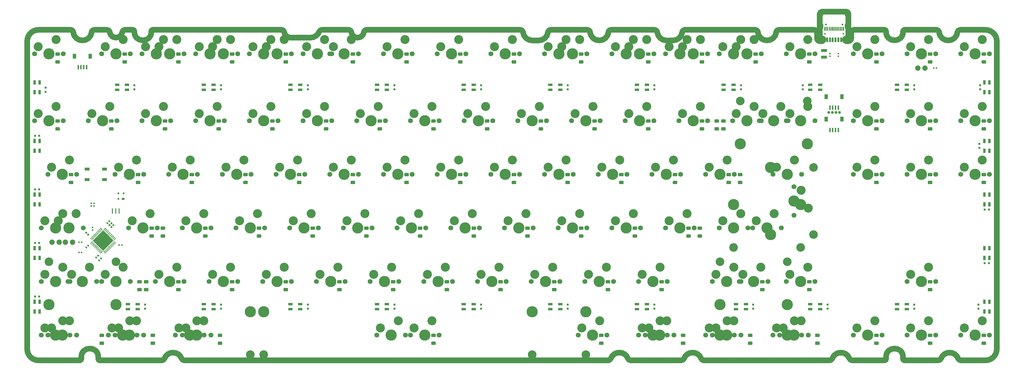
<source format=gbr>
%TF.GenerationSoftware,KiCad,Pcbnew,(5.1.12)-1*%
%TF.CreationDate,2022-11-25T21:31:42+07:00*%
%TF.ProjectId,Solder - Copy,536f6c64-6572-4202-9d20-436f70792e6b,rev?*%
%TF.SameCoordinates,Original*%
%TF.FileFunction,Soldermask,Bot*%
%TF.FilePolarity,Negative*%
%FSLAX46Y46*%
G04 Gerber Fmt 4.6, Leading zero omitted, Abs format (unit mm)*
G04 Created by KiCad (PCBNEW (5.1.12)-1) date 2022-11-25 21:31:42*
%MOMM*%
%LPD*%
G01*
G04 APERTURE LIST*
%ADD10C,2.000000*%
%ADD11R,1.800000X1.100000*%
%ADD12R,1.200000X1.800000*%
%ADD13R,0.600000X1.550000*%
%ADD14C,1.000000*%
%ADD15O,1.000000X1.000000*%
%ADD16C,0.400000*%
%ADD17C,3.200000*%
%ADD18C,1.750000*%
%ADD19C,3.987800*%
%ADD20R,0.800000X0.750000*%
%ADD21R,0.750000X0.800000*%
%ADD22R,1.600000X0.850000*%
%ADD23R,0.850000X1.600000*%
%ADD24R,0.560000X0.620000*%
%ADD25C,3.048000*%
%ADD26R,0.620000X0.560000*%
%ADD27R,2.030000X1.140000*%
%ADD28C,0.650000*%
%ADD29O,1.000000X2.100000*%
%ADD30O,1.000000X1.600000*%
%ADD31O,0.700000X1.800000*%
%ADD32C,0.500000*%
%ADD33C,1.905000*%
%ADD34R,0.600000X1.450000*%
%ADD35R,0.300000X1.450000*%
%ADD36R,1.000000X0.700000*%
%ADD37R,0.600000X0.700000*%
%ADD38C,0.100000*%
%ADD39R,0.400000X1.900000*%
G04 APERTURE END LIST*
D10*
X142299688Y-24740112D02*
G75*
G02*
X143288150Y-25588650I-1J-1000000D01*
G01*
X147726282Y-25588648D02*
G75*
G02*
X148714746Y-24740112I988463J-151464D01*
G01*
X121693285Y-27490413D02*
G75*
G02*
X119470039Y-25586360I0J2250000D01*
G01*
X213029693Y-25622536D02*
G75*
G02*
X209802235Y-28490413I-3227458J382123D01*
G01*
X207417986Y-28490413D02*
G75*
G02*
X204190529Y-25622535I1J3250000D01*
G01*
X147726282Y-25588647D02*
G75*
G02*
X143288150Y-25588650I-2219066J340027D01*
G01*
X209802235Y-28490413D02*
X207417987Y-28490413D01*
X142299687Y-24740112D02*
X132822275Y-24740112D01*
X72306107Y-25240110D02*
G75*
G02*
X72806107Y-24740112I499999J-1D01*
G01*
X213029693Y-25622535D02*
G75*
G02*
X214022756Y-24740112I993063J-117576D01*
G01*
X118481932Y-24740112D02*
G75*
G02*
X119470039Y-25586360I-2J-999999D01*
G01*
X131886610Y-25387226D02*
G75*
G02*
X132822275Y-24740112I935666J-352885D01*
G01*
X118481932Y-24740112D02*
X72806107Y-24740112D01*
X203197465Y-24740111D02*
X148714746Y-24740112D01*
X131886611Y-25387226D02*
G75*
G02*
X128846033Y-27490113I-3040578J1146752D01*
G01*
X227011696Y-24740112D02*
X214022756Y-24740112D01*
X203197464Y-24740112D02*
G75*
G02*
X204190529Y-25622535I1J-1000000D01*
G01*
X128846033Y-27490113D02*
X121693284Y-27490414D01*
X350835564Y-24740113D02*
X339505245Y-24740112D01*
X359507764Y-142224112D02*
X368282037Y-142224112D01*
X320655036Y-25740112D02*
G75*
G02*
X321655036Y-24740112I1000000J0D01*
G01*
X307495037Y-24740112D02*
G75*
G02*
X308495037Y-25740112I0J-1000000D01*
G01*
X333006107Y-141724112D02*
X333006107Y-141024631D01*
X319651818Y-27237122D02*
X319651818Y-19011112D01*
X318872078Y-28737122D02*
G75*
G02*
X318872078Y-27737122I0J500000D01*
G01*
X320655036Y-25740112D02*
X320655036Y-27737122D01*
X352490099Y-141576938D02*
G75*
G02*
X351554408Y-142224112I-935690J352827D01*
G01*
X320655036Y-27737122D02*
G75*
G02*
X319655036Y-28737122I-1000000J0D01*
G01*
X310272087Y-27737122D02*
G75*
G02*
X310272087Y-28737122I0J-500000D01*
G01*
X318872078Y-27737122D02*
X319151818Y-27737122D01*
X309991819Y-27737122D02*
X310272087Y-27737122D01*
X309491820Y-28737116D02*
G75*
G02*
X308495037Y-27737122I3217J999995D01*
G01*
X339006105Y-25240110D02*
G75*
G02*
X339505245Y-24740112I500000J-1D01*
G01*
X339006107Y-25462130D02*
G75*
G02*
X333006107Y-25462131I-3000000J0D01*
G01*
X358283567Y-25622379D02*
G75*
G02*
X351828626Y-25622539I-3227480J381956D01*
G01*
X333006106Y-141024631D02*
G75*
G02*
X339006106Y-141024631I3000000J0D01*
G01*
X339506107Y-142224112D02*
G75*
G02*
X339006107Y-141724112I0J500000D01*
G01*
X319655036Y-28737122D02*
X318872078Y-28737122D01*
X358283566Y-25622377D02*
G75*
G02*
X359223598Y-24741309I993068J-117523D01*
G01*
X313915099Y-141576938D02*
G75*
G02*
X312979408Y-142224112I-935690J352827D01*
G01*
X368282037Y-24740113D02*
X359223598Y-24741309D01*
X310272087Y-28737122D02*
X309491819Y-28737116D01*
X339006106Y-141024631D02*
X339006107Y-141724112D01*
X261305099Y-141576939D02*
G75*
G02*
X267387074Y-141576937I3040988J-1146681D01*
G01*
X309991819Y-27737122D02*
G75*
G02*
X309491819Y-27237122I0J500000D01*
G01*
X359507764Y-142224112D02*
G75*
G02*
X358572074Y-141576937I0J1000001D01*
G01*
X352490099Y-141576939D02*
G75*
G02*
X358572074Y-141576937I3040988J-1146681D01*
G01*
X309491817Y-19011202D02*
X309491819Y-27237122D01*
X260654992Y-25622536D02*
G75*
G02*
X257427534Y-28490413I-3227458J382123D01*
G01*
X318891730Y-18251112D02*
G75*
G02*
X319651818Y-19011112I-1285J-761373D01*
G01*
X333006107Y-141724112D02*
G75*
G02*
X332506107Y-142224112I-500000J0D01*
G01*
X293991234Y-25622535D02*
G75*
G02*
X294984297Y-24740112I993063J-117576D01*
G01*
X308495037Y-27737122D02*
X308495037Y-25740112D01*
X318891728Y-18251112D02*
X310251818Y-18251112D01*
X339006106Y-25240111D02*
X339006106Y-25462132D01*
X339506107Y-142224112D02*
X351554408Y-142224112D01*
X372282037Y-138224111D02*
G75*
G02*
X368282037Y-142224112I-3999749J-252D01*
G01*
X319651818Y-27237122D02*
G75*
G02*
X319151818Y-27737122I-500000J0D01*
G01*
X250822765Y-24740111D02*
X235452738Y-24740112D01*
X227011695Y-24740113D02*
G75*
G02*
X228004759Y-25622535I1J-999999D01*
G01*
X234459675Y-25622537D02*
G75*
G02*
X228004759Y-25622535I-3227458J379082D01*
G01*
X255043286Y-28490413D02*
G75*
G02*
X251815829Y-25622535I1J3250000D01*
G01*
X332505245Y-24740111D02*
G75*
G02*
X333006106Y-25240110I861J-499999D01*
G01*
X372282038Y-138224112D02*
X372282037Y-28740112D01*
X234459675Y-25622535D02*
G75*
G02*
X235452738Y-24740112I993063J-117576D01*
G01*
X250822764Y-24740112D02*
G75*
G02*
X251815829Y-25622535I1J-1000000D01*
G01*
X309491819Y-19011201D02*
G75*
G02*
X310251818Y-18251112I761373J-1284D01*
G01*
X333006107Y-25462131D02*
X333006106Y-25240110D01*
X350835565Y-24740114D02*
G75*
G02*
X351828626Y-25622539I-1J-999998D01*
G01*
X293991233Y-25622537D02*
G75*
G02*
X287536318Y-25622535I-3227457J382124D01*
G01*
X257427534Y-28490413D02*
X255043287Y-28490413D01*
X260654993Y-25622535D02*
G75*
G02*
X261648056Y-24740112I993063J-117576D01*
G01*
X368282038Y-24740112D02*
G75*
G02*
X372282037Y-28740112I246J-3999753D01*
G01*
X286543254Y-24740111D02*
X261648056Y-24740112D01*
X286543253Y-24740112D02*
G75*
G02*
X287536318Y-25622535I1J-1000000D01*
G01*
X332505244Y-24740111D02*
X321655036Y-24740112D01*
X320932764Y-142224112D02*
G75*
G02*
X319997074Y-141576937I0J1000001D01*
G01*
X320932764Y-142224112D02*
X332506107Y-142224112D01*
X268322764Y-142224112D02*
X312979408Y-142224112D01*
X268322764Y-142224112D02*
G75*
G02*
X267387074Y-141576937I0J1000001D01*
G01*
X313915099Y-141576939D02*
G75*
G02*
X319997074Y-141576937I3040988J-1146681D01*
G01*
X307495037Y-24740112D02*
X294984297Y-24740112D01*
X53981107Y-142224112D02*
X76052537Y-142224112D01*
X53481107Y-141024631D02*
X53481107Y-141724112D01*
X47481106Y-141724113D02*
X47481107Y-141024631D01*
X47481106Y-141724112D02*
G75*
G02*
X46981106Y-142224112I-500000J0D01*
G01*
X28282037Y-28829111D02*
X28282038Y-138224112D01*
X28282037Y-28829111D02*
G75*
G02*
X32371028Y-24741112I4000381J87639D01*
G01*
X43654724Y-24740196D02*
X32371028Y-24741112D01*
X43654723Y-24740197D02*
G75*
G02*
X44647865Y-25622599I82J-999998D01*
G01*
X66306107Y-25462132D02*
X66306107Y-25240112D01*
X51102774Y-25622537D02*
G75*
G02*
X44647865Y-25622599I-3227458J382125D01*
G01*
X72306107Y-25462132D02*
G75*
G02*
X66306107Y-25462132I-3000000J0D01*
G01*
X51102774Y-25622535D02*
G75*
G02*
X52095837Y-24740112I993063J-117576D01*
G01*
X65806107Y-24740112D02*
G75*
G02*
X66306107Y-25240112I0J-500000D01*
G01*
X56570862Y-24740113D02*
X52095837Y-24740112D01*
X47481107Y-141024631D02*
G75*
G02*
X53481107Y-141024631I3000000J0D01*
G01*
X56570863Y-24740113D02*
G75*
G02*
X57558968Y-25586360I-3J-999998D01*
G01*
X261305099Y-141576938D02*
G75*
G02*
X260369408Y-142224112I-935690J352827D01*
G01*
X242359459Y-142224111D02*
X260369408Y-142224112D01*
X32282038Y-142224111D02*
X46981106Y-142224112D01*
X53981107Y-142224112D02*
G75*
G02*
X53481107Y-141724112I0J500000D01*
G01*
X62005466Y-25586359D02*
G75*
G02*
X57558968Y-25586360I-2223249J345946D01*
G01*
X65806107Y-24740112D02*
X62993572Y-24740112D01*
X242359460Y-142224111D02*
G75*
G02*
X241423325Y-141575752I0J1000000D01*
G01*
X235341377Y-141572020D02*
G75*
G02*
X241423325Y-141575752I3040272J-1146282D01*
G01*
X235341377Y-141572019D02*
G75*
G02*
X234405824Y-142219229I-935703J352790D01*
G01*
X84005525Y-142224112D02*
X234405824Y-142219229D01*
X84005525Y-142224111D02*
G75*
G02*
X83069760Y-141576734I0J1000000D01*
G01*
X72306106Y-25240111D02*
X72306107Y-25462132D01*
X32282038Y-142224112D02*
G75*
G02*
X28282038Y-138224112I-271J3999729D01*
G01*
X62005466Y-25586357D02*
G75*
G02*
X62993572Y-24740112I988107J-153753D01*
G01*
X76988301Y-141576736D02*
G75*
G02*
X83069760Y-141576734I3040730J-1145833D01*
G01*
X76988302Y-141576734D02*
G75*
G02*
X76052537Y-142224112I-935766J352622D01*
G01*
D11*
%TO.C,SW1*%
X55737337Y-74249612D03*
X49537337Y-77949612D03*
X55737337Y-77949612D03*
X49537337Y-74249612D03*
%TD*%
D12*
%TO.C,J5*%
X317374837Y-56487112D03*
X311774837Y-56487112D03*
D13*
X313074837Y-60362112D03*
X314074837Y-60362112D03*
X316074837Y-60362112D03*
X315074837Y-60362112D03*
%TD*%
D14*
%TO.C,J4*%
X312669837Y-54087112D03*
D15*
X313939837Y-54087112D03*
X315209837Y-54087112D03*
X316479837Y-54087112D03*
%TD*%
D12*
%TO.C,J3*%
X317374837Y-48487112D03*
X311774837Y-48487112D03*
D13*
X313074837Y-52362112D03*
X314074837Y-52362112D03*
X316074837Y-52362112D03*
X315074837Y-52362112D03*
%TD*%
D16*
%TO.C,MX108*%
X341721087Y-131759612D03*
X348071087Y-127119612D03*
D17*
X341721087Y-130709612D03*
D18*
X340451087Y-133249612D03*
D17*
X348071087Y-128169612D03*
D16*
X347021087Y-128169612D03*
X348071087Y-129219612D03*
X340671087Y-130709612D03*
D18*
X350611087Y-133249612D03*
D16*
X342771087Y-130709612D03*
X341721087Y-129659612D03*
D19*
X345531087Y-133249612D03*
D16*
X349121087Y-128169612D03*
%TD*%
D20*
%TO.C,C38*%
X32551293Y-62407438D03*
X31051293Y-62407438D03*
%TD*%
%TO.C,C37*%
X31051293Y-119557582D03*
X32551293Y-119557582D03*
%TD*%
%TO.C,C36*%
X367999017Y-107651302D03*
X369499017Y-107651302D03*
%TD*%
D21*
%TO.C,C35*%
X366367761Y-44393332D03*
X366367761Y-45893332D03*
%TD*%
D20*
%TO.C,C34*%
X32551293Y-81457486D03*
X31051293Y-81457486D03*
%TD*%
D21*
%TO.C,C33*%
X34777863Y-45286303D03*
X34777863Y-46786303D03*
%TD*%
D20*
%TO.C,C32*%
X367999017Y-88601254D03*
X369499017Y-88601254D03*
%TD*%
%TO.C,C31*%
X31051293Y-100507534D03*
X32551293Y-100507534D03*
%TD*%
D21*
%TO.C,C30*%
X366070104Y-65229322D03*
X366070104Y-66729322D03*
%TD*%
%TO.C,C29*%
X365772447Y-123879466D03*
X365772447Y-122379466D03*
%TD*%
%TO.C,C9*%
X66329550Y-44393352D03*
X66329550Y-45893352D03*
%TD*%
%TO.C,C28*%
X97069550Y-122379355D03*
X97069550Y-123879355D03*
%TD*%
%TO.C,C27*%
X127809550Y-122379355D03*
X127809550Y-123879355D03*
%TD*%
%TO.C,C26*%
X189289550Y-122379355D03*
X189289550Y-123879355D03*
%TD*%
%TO.C,C25*%
X342989550Y-122379355D03*
X342989550Y-123879355D03*
%TD*%
%TO.C,C24*%
X70119550Y-122379355D03*
X70119550Y-123879355D03*
%TD*%
%TO.C,C23*%
X220029550Y-122379355D03*
X220029550Y-123879355D03*
%TD*%
%TO.C,C22*%
X312253867Y-122379355D03*
X312253867Y-123879355D03*
%TD*%
%TO.C,C21*%
X158549550Y-122379355D03*
X158549550Y-123879355D03*
%TD*%
%TO.C,C20*%
X285837869Y-122379355D03*
X285837869Y-123879355D03*
%TD*%
%TO.C,C19*%
X250769550Y-122379355D03*
X250769550Y-123879355D03*
%TD*%
%TO.C,C18*%
X342989550Y-44393352D03*
X342989550Y-45893352D03*
%TD*%
%TO.C,C17*%
X303479344Y-44393352D03*
X303479344Y-45893352D03*
%TD*%
%TO.C,C16*%
X189289550Y-44393352D03*
X189289550Y-45893352D03*
%TD*%
%TO.C,C15*%
X281509550Y-44393352D03*
X281509550Y-45893352D03*
%TD*%
%TO.C,C14*%
X220029550Y-44393352D03*
X220029550Y-45893352D03*
%TD*%
%TO.C,C13*%
X158549550Y-44393352D03*
X158549550Y-45893352D03*
%TD*%
%TO.C,C12*%
X250769550Y-44393352D03*
X250769550Y-45893352D03*
%TD*%
%TO.C,C11*%
X127809550Y-44393352D03*
X127809550Y-45893352D03*
%TD*%
%TO.C,C10*%
X97069550Y-44393352D03*
X97069550Y-45893352D03*
%TD*%
D22*
%TO.C,RGB5*%
X90935719Y-46018352D03*
X94435719Y-44268352D03*
X90935719Y-44268352D03*
X94435719Y-46018352D03*
%TD*%
%TO.C,RGB30*%
X67484237Y-122254355D03*
X63984237Y-124004355D03*
X67484237Y-124004355D03*
X63984237Y-122254355D03*
%TD*%
%TO.C,RGB29*%
X94433867Y-122254355D03*
X90933867Y-124004355D03*
X94433867Y-124004355D03*
X90933867Y-122254355D03*
%TD*%
%TO.C,RGB28*%
X125173867Y-122254355D03*
X121673867Y-124004355D03*
X125173867Y-124004355D03*
X121673867Y-122254355D03*
%TD*%
%TO.C,RGB27*%
X155913867Y-122254355D03*
X152413867Y-124004355D03*
X155913867Y-124004355D03*
X152413867Y-122254355D03*
%TD*%
%TO.C,RGB26*%
X186653867Y-122254355D03*
X183153867Y-124004355D03*
X186653867Y-124004355D03*
X183153867Y-122254355D03*
%TD*%
%TO.C,RGB25*%
X217393867Y-122254355D03*
X213893867Y-124004355D03*
X217393867Y-124004355D03*
X213893867Y-122254355D03*
%TD*%
%TO.C,RGB24*%
X248133867Y-122254355D03*
X244633867Y-124004355D03*
X248133867Y-124004355D03*
X244633867Y-122254355D03*
%TD*%
%TO.C,RGB23*%
X283285202Y-122254355D03*
X279785202Y-124004355D03*
X283285202Y-124004355D03*
X279785202Y-122254355D03*
%TD*%
%TO.C,RGB22*%
X309613867Y-122254355D03*
X306113867Y-124004355D03*
X309613867Y-124004355D03*
X306113867Y-122254355D03*
%TD*%
%TO.C,RGB21*%
X340353867Y-122254355D03*
X336853867Y-124004355D03*
X340353867Y-124004355D03*
X336853867Y-122254355D03*
%TD*%
D16*
%TO.C,MX91*%
X300446087Y-127119612D03*
X294096087Y-131759612D03*
X301496087Y-128169612D03*
X294096087Y-129659612D03*
X293046087Y-130709612D03*
X299396087Y-128169612D03*
X295146087Y-130709612D03*
X300446087Y-129219612D03*
D17*
X300446087Y-128169612D03*
X294096087Y-130709612D03*
D18*
X302986087Y-133249612D03*
X292826087Y-133249612D03*
D19*
X297906087Y-133249612D03*
%TD*%
D16*
%TO.C,MX14*%
X65496087Y-93659612D03*
X71846087Y-89019612D03*
D17*
X65496087Y-92609612D03*
D18*
X64226087Y-95149612D03*
D17*
X71846087Y-90069612D03*
D16*
X70796087Y-90069612D03*
X71846087Y-91119612D03*
X64446087Y-92609612D03*
D18*
X74386087Y-95149612D03*
D16*
X66546087Y-92609612D03*
X65496087Y-91559612D03*
D19*
X69306087Y-95149612D03*
D16*
X72896087Y-90069612D03*
%TD*%
D23*
%TO.C,RGB12*%
X367874017Y-121379355D03*
X369624017Y-124879355D03*
X369624017Y-121379355D03*
X367874017Y-124879355D03*
%TD*%
%TO.C,RGB9*%
X367874017Y-102329339D03*
X369624017Y-105829339D03*
X369624017Y-102329339D03*
X367874017Y-105829339D03*
%TD*%
%TO.C,RGB6*%
X367874017Y-83279370D03*
X369624017Y-86779370D03*
X369624017Y-83279370D03*
X367874017Y-86779370D03*
%TD*%
%TO.C,RGB3*%
X367874017Y-64229307D03*
X369624017Y-67729307D03*
X369624017Y-64229307D03*
X367874017Y-67729307D03*
%TD*%
%TO.C,RGB20*%
X369624017Y-46893332D03*
X367874017Y-43393332D03*
X367874017Y-46893332D03*
X369624017Y-43393332D03*
%TD*%
D22*
%TO.C,RGB19*%
X336854265Y-46018352D03*
X340354265Y-44268352D03*
X336854265Y-44268352D03*
X340354265Y-46018352D03*
%TD*%
%TO.C,RGB18*%
X306114447Y-46018352D03*
X309614447Y-44268352D03*
X306114447Y-44268352D03*
X309614447Y-46018352D03*
%TD*%
%TO.C,RGB17*%
X275374629Y-46018352D03*
X278874629Y-44268352D03*
X275374629Y-44268352D03*
X278874629Y-46018352D03*
%TD*%
%TO.C,RGB16*%
X244634810Y-46018352D03*
X248134810Y-44268352D03*
X244634810Y-44268352D03*
X248134810Y-46018352D03*
%TD*%
%TO.C,RGB15*%
X213894992Y-46018352D03*
X217394992Y-44268352D03*
X213894992Y-44268352D03*
X217394992Y-46018352D03*
%TD*%
%TO.C,RGB14*%
X183155174Y-46018352D03*
X186655174Y-44268352D03*
X183155174Y-44268352D03*
X186655174Y-46018352D03*
%TD*%
%TO.C,RGB11*%
X152415356Y-46018352D03*
X155915356Y-44268352D03*
X152415356Y-44268352D03*
X155915356Y-46018352D03*
%TD*%
%TO.C,RGB8*%
X121675538Y-46018352D03*
X125175538Y-44268352D03*
X121675538Y-44268352D03*
X125175538Y-46018352D03*
%TD*%
%TO.C,RGB2*%
X60195901Y-46018352D03*
X63695901Y-44268352D03*
X60195901Y-44268352D03*
X63695901Y-46018352D03*
%TD*%
D23*
%TO.C,RGB1*%
X32676293Y-124879355D03*
X30926293Y-121379355D03*
X30926293Y-124879355D03*
X32676293Y-121379355D03*
%TD*%
D24*
%TO.C,R5*%
X46664587Y-103829612D03*
X47624587Y-103829612D03*
%TD*%
D23*
%TO.C,RGB13*%
X32676293Y-46893352D03*
X30926293Y-43393352D03*
X30926293Y-46893352D03*
X32676293Y-43393352D03*
%TD*%
%TO.C,RGB10*%
X32676293Y-67729307D03*
X30926293Y-64229307D03*
X30926293Y-67729307D03*
X32676293Y-64229307D03*
%TD*%
%TO.C,RGB7*%
X32676293Y-86779323D03*
X30926293Y-83279323D03*
X30926293Y-86779323D03*
X32676293Y-83279323D03*
%TD*%
%TO.C,RGB4*%
X32676293Y-105829339D03*
X30926293Y-102329339D03*
X30926293Y-105829339D03*
X32676293Y-102329339D03*
%TD*%
D16*
%TO.C,MX109*%
X360771087Y-31747112D03*
X367121087Y-27107112D03*
D17*
X360771087Y-30697112D03*
D18*
X359501087Y-33237112D03*
D17*
X367121087Y-28157112D03*
D16*
X366071087Y-28157112D03*
X367121087Y-29207112D03*
X359721087Y-30697112D03*
D18*
X369661087Y-33237112D03*
D16*
X361821087Y-30697112D03*
X360771087Y-29647112D03*
D19*
X364581087Y-33237112D03*
D16*
X368171087Y-28157112D03*
%TD*%
%TO.C,MX2*%
X32158587Y-31747112D03*
X38508587Y-27107112D03*
D17*
X32158587Y-30697112D03*
D18*
X30888587Y-33237112D03*
D17*
X38508587Y-28157112D03*
D16*
X37458587Y-28157112D03*
X38508587Y-29207112D03*
X31108587Y-30697112D03*
D18*
X41048587Y-33237112D03*
D16*
X33208587Y-30697112D03*
X32158587Y-29647112D03*
D19*
X35968587Y-33237112D03*
D16*
X39558587Y-28157112D03*
%TD*%
%TO.C,MX11*%
X55971087Y-31747112D03*
X62321087Y-27107112D03*
D17*
X55971087Y-30697112D03*
D18*
X54701087Y-33237112D03*
D17*
X62321087Y-28157112D03*
D16*
X61271087Y-28157112D03*
X62321087Y-29207112D03*
X54921087Y-30697112D03*
D18*
X64861087Y-33237112D03*
D16*
X57021087Y-30697112D03*
X55971087Y-29647112D03*
D19*
X59781087Y-33237112D03*
D16*
X63371087Y-28157112D03*
%TD*%
D12*
%TO.C,J2*%
X50674837Y-34137112D03*
X45074837Y-34137112D03*
D13*
X46374837Y-38012112D03*
X47374837Y-38012112D03*
X49374837Y-38012112D03*
X48374837Y-38012112D03*
%TD*%
D16*
%TO.C,MX7*%
X44064837Y-112709612D03*
X50414837Y-108069612D03*
D17*
X44064837Y-111659612D03*
D18*
X42794837Y-114199612D03*
D17*
X50414837Y-109119612D03*
D16*
X49364837Y-109119612D03*
X50414837Y-110169612D03*
X43014837Y-111659612D03*
D18*
X52954837Y-114199612D03*
D16*
X45114837Y-111659612D03*
X44064837Y-110609612D03*
D19*
X47874837Y-114199612D03*
D16*
X51464837Y-109119612D03*
D25*
X35968587Y-107214612D03*
X59781087Y-107214612D03*
D19*
X35968587Y-122454612D03*
X59781087Y-122454612D03*
%TD*%
D16*
%TO.C,MX13*%
X60733587Y-74609612D03*
X67083587Y-69969612D03*
D17*
X60733587Y-73559612D03*
D18*
X59463587Y-76099612D03*
D17*
X67083587Y-71019612D03*
D16*
X66033587Y-71019612D03*
X67083587Y-72069612D03*
X59683587Y-73559612D03*
D18*
X69623587Y-76099612D03*
D16*
X61783587Y-73559612D03*
X60733587Y-72509612D03*
D19*
X64543587Y-76099612D03*
D16*
X68133587Y-71019612D03*
%TD*%
%TO.C,D86*%
G36*
G01*
X349190087Y-33937112D02*
X348070087Y-33937112D01*
G75*
G02*
X347830087Y-33697112I0J240000D01*
G01*
X347830087Y-32977112D01*
G75*
G02*
X348070087Y-32737112I240000J0D01*
G01*
X349190087Y-32737112D01*
G75*
G02*
X349430087Y-32977112I0J-240000D01*
G01*
X349430087Y-33697112D01*
G75*
G02*
X349190087Y-33937112I-240000J0D01*
G01*
G37*
G36*
G01*
X349190087Y-36737112D02*
X348070087Y-36737112D01*
G75*
G02*
X347830087Y-36497112I0J240000D01*
G01*
X347830087Y-35777112D01*
G75*
G02*
X348070087Y-35537112I240000J0D01*
G01*
X349190087Y-35537112D01*
G75*
G02*
X349430087Y-35777112I0J-240000D01*
G01*
X349430087Y-36497112D01*
G75*
G02*
X349190087Y-36737112I-240000J0D01*
G01*
G37*
%TD*%
%TO.C,D82*%
G36*
G01*
X330140087Y-33937112D02*
X329020087Y-33937112D01*
G75*
G02*
X328780087Y-33697112I0J240000D01*
G01*
X328780087Y-32977112D01*
G75*
G02*
X329020087Y-32737112I240000J0D01*
G01*
X330140087Y-32737112D01*
G75*
G02*
X330380087Y-32977112I0J-240000D01*
G01*
X330380087Y-33697112D01*
G75*
G02*
X330140087Y-33937112I-240000J0D01*
G01*
G37*
G36*
G01*
X330140087Y-36737112D02*
X329020087Y-36737112D01*
G75*
G02*
X328780087Y-36497112I0J240000D01*
G01*
X328780087Y-35777112D01*
G75*
G02*
X329020087Y-35537112I240000J0D01*
G01*
X330140087Y-35537112D01*
G75*
G02*
X330380087Y-35777112I0J-240000D01*
G01*
X330380087Y-36497112D01*
G75*
G02*
X330140087Y-36737112I-240000J0D01*
G01*
G37*
%TD*%
%TO.C,MX24*%
X75021087Y-31747112D03*
X81371087Y-27107112D03*
D17*
X75021087Y-30697112D03*
D18*
X73751087Y-33237112D03*
D17*
X81371087Y-28157112D03*
D16*
X80321087Y-28157112D03*
X81371087Y-29207112D03*
X73971087Y-30697112D03*
D18*
X83911087Y-33237112D03*
D16*
X76071087Y-30697112D03*
X75021087Y-29647112D03*
D19*
X78831087Y-33237112D03*
D16*
X82421087Y-28157112D03*
%TD*%
%TO.C,D91*%
G36*
G01*
X368240087Y-33937112D02*
X367120087Y-33937112D01*
G75*
G02*
X366880087Y-33697112I0J240000D01*
G01*
X366880087Y-32977112D01*
G75*
G02*
X367120087Y-32737112I240000J0D01*
G01*
X368240087Y-32737112D01*
G75*
G02*
X368480087Y-32977112I0J-240000D01*
G01*
X368480087Y-33697112D01*
G75*
G02*
X368240087Y-33937112I-240000J0D01*
G01*
G37*
G36*
G01*
X368240087Y-36737112D02*
X367120087Y-36737112D01*
G75*
G02*
X366880087Y-36497112I0J240000D01*
G01*
X366880087Y-35777112D01*
G75*
G02*
X367120087Y-35537112I240000J0D01*
G01*
X368240087Y-35537112D01*
G75*
G02*
X368480087Y-35777112I0J-240000D01*
G01*
X368480087Y-36497112D01*
G75*
G02*
X368240087Y-36737112I-240000J0D01*
G01*
G37*
%TD*%
%TO.C,MX92*%
X298858587Y-31747112D03*
X305208587Y-27107112D03*
D17*
X298858587Y-30697112D03*
D18*
X297588587Y-33237112D03*
D17*
X305208587Y-28157112D03*
D16*
X304158587Y-28157112D03*
X305208587Y-29207112D03*
X297808587Y-30697112D03*
D18*
X307748587Y-33237112D03*
D16*
X299908587Y-30697112D03*
X298858587Y-29647112D03*
D19*
X302668587Y-33237112D03*
D16*
X306258587Y-28157112D03*
%TD*%
D26*
%TO.C,R10*%
X316074837Y-33157112D03*
X316074837Y-34117112D03*
%TD*%
D16*
%TO.C,MX100*%
X322671087Y-31747112D03*
X329021087Y-27107112D03*
D17*
X322671087Y-30697112D03*
D18*
X321401087Y-33237112D03*
D17*
X329021087Y-28157112D03*
D16*
X327971087Y-28157112D03*
X329021087Y-29207112D03*
X321621087Y-30697112D03*
D18*
X331561087Y-33237112D03*
D16*
X323721087Y-30697112D03*
X322671087Y-29647112D03*
D19*
X326481087Y-33237112D03*
D16*
X330071087Y-28157112D03*
%TD*%
D27*
%TO.C,F1*%
X310949837Y-34449612D03*
X310949837Y-32049612D03*
%TD*%
%TO.C,D64*%
G36*
G01*
X268227587Y-33937112D02*
X267107587Y-33937112D01*
G75*
G02*
X266867587Y-33697112I0J240000D01*
G01*
X266867587Y-32977112D01*
G75*
G02*
X267107587Y-32737112I240000J0D01*
G01*
X268227587Y-32737112D01*
G75*
G02*
X268467587Y-32977112I0J-240000D01*
G01*
X268467587Y-33697112D01*
G75*
G02*
X268227587Y-33937112I-240000J0D01*
G01*
G37*
G36*
G01*
X268227587Y-36737112D02*
X267107587Y-36737112D01*
G75*
G02*
X266867587Y-36497112I0J240000D01*
G01*
X266867587Y-35777112D01*
G75*
G02*
X267107587Y-35537112I240000J0D01*
G01*
X268227587Y-35537112D01*
G75*
G02*
X268467587Y-35777112I0J-240000D01*
G01*
X268467587Y-36497112D01*
G75*
G02*
X268227587Y-36737112I-240000J0D01*
G01*
G37*
%TD*%
D28*
%TO.C,USB1*%
X311684837Y-22887112D03*
X317464837Y-22887112D03*
D29*
X318894837Y-23417112D03*
X310254837Y-23417112D03*
D30*
X318894837Y-19237112D03*
X310254837Y-19237112D03*
%TD*%
D31*
%TO.C,J1*%
X315074837Y-28237112D03*
D32*
X315074837Y-27637112D03*
X315074837Y-28837112D03*
D31*
X317074837Y-28237112D03*
D32*
X317074837Y-27637112D03*
X317074837Y-28837112D03*
X316074837Y-28837112D03*
D31*
X316074837Y-28237112D03*
D32*
X316074837Y-27637112D03*
D31*
X314074837Y-28237112D03*
D32*
X314074837Y-28837112D03*
X314074837Y-27637112D03*
D31*
X313074837Y-28237112D03*
D32*
X313074837Y-27637112D03*
X313074837Y-28837112D03*
X312074837Y-27637112D03*
X312074837Y-28837112D03*
D31*
X312074837Y-28237112D03*
%TD*%
D26*
%TO.C,R9*%
X313074837Y-34117112D03*
X313074837Y-33157112D03*
%TD*%
D24*
%TO.C,R6*%
X311284837Y-26137112D03*
X310324837Y-26137112D03*
%TD*%
%TO.C,C8*%
X317864837Y-26137112D03*
X318824837Y-26137112D03*
%TD*%
D33*
%TO.C,D3*%
X344261087Y-38317112D03*
X346801087Y-38317112D03*
%TD*%
D24*
%TO.C,R3*%
X350900587Y-38317112D03*
X349940587Y-38317112D03*
%TD*%
D16*
%TO.C,MX31*%
X108358587Y-31747112D03*
X114708587Y-27107112D03*
D17*
X108358587Y-30697112D03*
D18*
X107088587Y-33237112D03*
D17*
X114708587Y-28157112D03*
D16*
X113658587Y-28157112D03*
X114708587Y-29207112D03*
X107308587Y-30697112D03*
D18*
X117248587Y-33237112D03*
D16*
X109408587Y-30697112D03*
X108358587Y-29647112D03*
D19*
X112168587Y-33237112D03*
D16*
X115758587Y-28157112D03*
%TD*%
%TO.C,D22*%
G36*
G01*
X101540087Y-33937112D02*
X100420087Y-33937112D01*
G75*
G02*
X100180087Y-33697112I0J240000D01*
G01*
X100180087Y-32977112D01*
G75*
G02*
X100420087Y-32737112I240000J0D01*
G01*
X101540087Y-32737112D01*
G75*
G02*
X101780087Y-32977112I0J-240000D01*
G01*
X101780087Y-33697112D01*
G75*
G02*
X101540087Y-33937112I-240000J0D01*
G01*
G37*
G36*
G01*
X101540087Y-36737112D02*
X100420087Y-36737112D01*
G75*
G02*
X100180087Y-36497112I0J240000D01*
G01*
X100180087Y-35777112D01*
G75*
G02*
X100420087Y-35537112I240000J0D01*
G01*
X101540087Y-35537112D01*
G75*
G02*
X101780087Y-35777112I0J-240000D01*
G01*
X101780087Y-36497112D01*
G75*
G02*
X101540087Y-36737112I-240000J0D01*
G01*
G37*
%TD*%
%TO.C,MX18*%
X70258587Y-31747112D03*
X76608587Y-27107112D03*
D17*
X70258587Y-30697112D03*
D18*
X68988587Y-33237112D03*
D17*
X76608587Y-28157112D03*
D16*
X75558587Y-28157112D03*
X76608587Y-29207112D03*
X69208587Y-30697112D03*
D18*
X79148587Y-33237112D03*
D16*
X71308587Y-30697112D03*
X70258587Y-29647112D03*
D19*
X74068587Y-33237112D03*
D16*
X77658587Y-28157112D03*
%TD*%
%TO.C,MX36*%
X113121087Y-31747112D03*
X119471087Y-27107112D03*
D17*
X113121087Y-30697112D03*
D18*
X111851087Y-33237112D03*
D17*
X119471087Y-28157112D03*
D16*
X118421087Y-28157112D03*
X119471087Y-29207112D03*
X112071087Y-30697112D03*
D18*
X122011087Y-33237112D03*
D16*
X114171087Y-30697112D03*
X113121087Y-29647112D03*
D19*
X116931087Y-33237112D03*
D16*
X120521087Y-28157112D03*
%TD*%
%TO.C,MX72*%
X241708587Y-31747112D03*
X248058587Y-27107112D03*
D17*
X241708587Y-30697112D03*
D18*
X240438587Y-33237112D03*
D17*
X248058587Y-28157112D03*
D16*
X247008587Y-28157112D03*
X248058587Y-29207112D03*
X240658587Y-30697112D03*
D18*
X250598587Y-33237112D03*
D16*
X242758587Y-30697112D03*
X241708587Y-29647112D03*
D19*
X245518587Y-33237112D03*
D16*
X249108587Y-28157112D03*
%TD*%
%TO.C,MX37*%
X127408587Y-31747112D03*
X133758587Y-27107112D03*
D17*
X127408587Y-30697112D03*
D18*
X126138587Y-33237112D03*
D17*
X133758587Y-28157112D03*
D16*
X132708587Y-28157112D03*
X133758587Y-29207112D03*
X126358587Y-30697112D03*
D18*
X136298587Y-33237112D03*
D16*
X128458587Y-30697112D03*
X127408587Y-29647112D03*
D19*
X131218587Y-33237112D03*
D16*
X134808587Y-28157112D03*
%TD*%
%TO.C,MX89*%
X279808587Y-31747112D03*
X286158587Y-27107112D03*
D17*
X279808587Y-30697112D03*
D18*
X278538587Y-33237112D03*
D17*
X286158587Y-28157112D03*
D16*
X285108587Y-28157112D03*
X286158587Y-29207112D03*
X278758587Y-30697112D03*
D18*
X288698587Y-33237112D03*
D16*
X280858587Y-30697112D03*
X279808587Y-29647112D03*
D19*
X283618587Y-33237112D03*
D16*
X287208587Y-28157112D03*
%TD*%
%TO.C,D32*%
G36*
G01*
X144402587Y-33937112D02*
X143282587Y-33937112D01*
G75*
G02*
X143042587Y-33697112I0J240000D01*
G01*
X143042587Y-32977112D01*
G75*
G02*
X143282587Y-32737112I240000J0D01*
G01*
X144402587Y-32737112D01*
G75*
G02*
X144642587Y-32977112I0J-240000D01*
G01*
X144642587Y-33697112D01*
G75*
G02*
X144402587Y-33937112I-240000J0D01*
G01*
G37*
G36*
G01*
X144402587Y-36737112D02*
X143282587Y-36737112D01*
G75*
G02*
X143042587Y-36497112I0J240000D01*
G01*
X143042587Y-35777112D01*
G75*
G02*
X143282587Y-35537112I240000J0D01*
G01*
X144402587Y-35537112D01*
G75*
G02*
X144642587Y-35777112I0J-240000D01*
G01*
X144642587Y-36497112D01*
G75*
G02*
X144402587Y-36737112I-240000J0D01*
G01*
G37*
%TD*%
%TO.C,MX25*%
X89308587Y-31747112D03*
X95658587Y-27107112D03*
D17*
X89308587Y-30697112D03*
D18*
X88038587Y-33237112D03*
D17*
X95658587Y-28157112D03*
D16*
X94608587Y-28157112D03*
X95658587Y-29207112D03*
X88258587Y-30697112D03*
D18*
X98198587Y-33237112D03*
D16*
X90358587Y-30697112D03*
X89308587Y-29647112D03*
D19*
X93118587Y-33237112D03*
D16*
X96708587Y-28157112D03*
%TD*%
%TO.C,D76*%
G36*
G01*
X306327587Y-33937112D02*
X305207587Y-33937112D01*
G75*
G02*
X304967587Y-33697112I0J240000D01*
G01*
X304967587Y-32977112D01*
G75*
G02*
X305207587Y-32737112I240000J0D01*
G01*
X306327587Y-32737112D01*
G75*
G02*
X306567587Y-32977112I0J-240000D01*
G01*
X306567587Y-33697112D01*
G75*
G02*
X306327587Y-33937112I-240000J0D01*
G01*
G37*
G36*
G01*
X306327587Y-36737112D02*
X305207587Y-36737112D01*
G75*
G02*
X304967587Y-36497112I0J240000D01*
G01*
X304967587Y-35777112D01*
G75*
G02*
X305207587Y-35537112I240000J0D01*
G01*
X306327587Y-35537112D01*
G75*
G02*
X306567587Y-35777112I0J-240000D01*
G01*
X306567587Y-36497112D01*
G75*
G02*
X306327587Y-36737112I-240000J0D01*
G01*
G37*
%TD*%
%TO.C,MX80*%
X260758587Y-31747112D03*
X267108587Y-27107112D03*
D17*
X260758587Y-30697112D03*
D18*
X259488587Y-33237112D03*
D17*
X267108587Y-28157112D03*
D16*
X266058587Y-28157112D03*
X267108587Y-29207112D03*
X259708587Y-30697112D03*
D18*
X269648587Y-33237112D03*
D16*
X261808587Y-30697112D03*
X260758587Y-29647112D03*
D19*
X264568587Y-33237112D03*
D16*
X268158587Y-28157112D03*
%TD*%
%TO.C,MX60*%
X213133587Y-31747112D03*
X219483587Y-27107112D03*
D17*
X213133587Y-30697112D03*
D18*
X211863587Y-33237112D03*
D17*
X219483587Y-28157112D03*
D16*
X218433587Y-28157112D03*
X219483587Y-29207112D03*
X212083587Y-30697112D03*
D18*
X222023587Y-33237112D03*
D16*
X214183587Y-30697112D03*
X213133587Y-29647112D03*
D19*
X216943587Y-33237112D03*
D16*
X220533587Y-28157112D03*
%TD*%
%TO.C,D37*%
G36*
G01*
X163452587Y-33937112D02*
X162332587Y-33937112D01*
G75*
G02*
X162092587Y-33697112I0J240000D01*
G01*
X162092587Y-32977112D01*
G75*
G02*
X162332587Y-32737112I240000J0D01*
G01*
X163452587Y-32737112D01*
G75*
G02*
X163692587Y-32977112I0J-240000D01*
G01*
X163692587Y-33697112D01*
G75*
G02*
X163452587Y-33937112I-240000J0D01*
G01*
G37*
G36*
G01*
X163452587Y-36737112D02*
X162332587Y-36737112D01*
G75*
G02*
X162092587Y-36497112I0J240000D01*
G01*
X162092587Y-35777112D01*
G75*
G02*
X162332587Y-35537112I240000J0D01*
G01*
X163452587Y-35537112D01*
G75*
G02*
X163692587Y-35777112I0J-240000D01*
G01*
X163692587Y-36497112D01*
G75*
G02*
X163452587Y-36737112I-240000J0D01*
G01*
G37*
%TD*%
%TO.C,D70*%
G36*
G01*
X287277587Y-33937112D02*
X286157587Y-33937112D01*
G75*
G02*
X285917587Y-33697112I0J240000D01*
G01*
X285917587Y-32977112D01*
G75*
G02*
X286157587Y-32737112I240000J0D01*
G01*
X287277587Y-32737112D01*
G75*
G02*
X287517587Y-32977112I0J-240000D01*
G01*
X287517587Y-33697112D01*
G75*
G02*
X287277587Y-33937112I-240000J0D01*
G01*
G37*
G36*
G01*
X287277587Y-36737112D02*
X286157587Y-36737112D01*
G75*
G02*
X285917587Y-36497112I0J240000D01*
G01*
X285917587Y-35777112D01*
G75*
G02*
X286157587Y-35537112I240000J0D01*
G01*
X287277587Y-35537112D01*
G75*
G02*
X287517587Y-35777112I0J-240000D01*
G01*
X287517587Y-36497112D01*
G75*
G02*
X287277587Y-36737112I-240000J0D01*
G01*
G37*
%TD*%
%TO.C,D27*%
G36*
G01*
X120590087Y-33937112D02*
X119470087Y-33937112D01*
G75*
G02*
X119230087Y-33697112I0J240000D01*
G01*
X119230087Y-32977112D01*
G75*
G02*
X119470087Y-32737112I240000J0D01*
G01*
X120590087Y-32737112D01*
G75*
G02*
X120830087Y-32977112I0J-240000D01*
G01*
X120830087Y-33697112D01*
G75*
G02*
X120590087Y-33937112I-240000J0D01*
G01*
G37*
G36*
G01*
X120590087Y-36737112D02*
X119470087Y-36737112D01*
G75*
G02*
X119230087Y-36497112I0J240000D01*
G01*
X119230087Y-35777112D01*
G75*
G02*
X119470087Y-35537112I240000J0D01*
G01*
X120590087Y-35537112D01*
G75*
G02*
X120830087Y-35777112I0J-240000D01*
G01*
X120830087Y-36497112D01*
G75*
G02*
X120590087Y-36737112I-240000J0D01*
G01*
G37*
%TD*%
%TO.C,D53*%
G36*
G01*
X225365087Y-33937112D02*
X224245087Y-33937112D01*
G75*
G02*
X224005087Y-33697112I0J240000D01*
G01*
X224005087Y-32977112D01*
G75*
G02*
X224245087Y-32737112I240000J0D01*
G01*
X225365087Y-32737112D01*
G75*
G02*
X225605087Y-32977112I0J-240000D01*
G01*
X225605087Y-33697112D01*
G75*
G02*
X225365087Y-33937112I-240000J0D01*
G01*
G37*
G36*
G01*
X225365087Y-36737112D02*
X224245087Y-36737112D01*
G75*
G02*
X224005087Y-36497112I0J240000D01*
G01*
X224005087Y-35777112D01*
G75*
G02*
X224245087Y-35537112I240000J0D01*
G01*
X225365087Y-35537112D01*
G75*
G02*
X225605087Y-35777112I0J-240000D01*
G01*
X225605087Y-36497112D01*
G75*
G02*
X225365087Y-36737112I-240000J0D01*
G01*
G37*
%TD*%
%TO.C,D58*%
G36*
G01*
X249177587Y-33937112D02*
X248057587Y-33937112D01*
G75*
G02*
X247817587Y-33697112I0J240000D01*
G01*
X247817587Y-32977112D01*
G75*
G02*
X248057587Y-32737112I240000J0D01*
G01*
X249177587Y-32737112D01*
G75*
G02*
X249417587Y-32977112I0J-240000D01*
G01*
X249417587Y-33697112D01*
G75*
G02*
X249177587Y-33937112I-240000J0D01*
G01*
G37*
G36*
G01*
X249177587Y-36737112D02*
X248057587Y-36737112D01*
G75*
G02*
X247817587Y-36497112I0J240000D01*
G01*
X247817587Y-35777112D01*
G75*
G02*
X248057587Y-35537112I240000J0D01*
G01*
X249177587Y-35537112D01*
G75*
G02*
X249417587Y-35777112I0J-240000D01*
G01*
X249417587Y-36497112D01*
G75*
G02*
X249177587Y-36737112I-240000J0D01*
G01*
G37*
%TD*%
%TO.C,D43*%
G36*
G01*
X182502587Y-33937112D02*
X181382587Y-33937112D01*
G75*
G02*
X181142587Y-33697112I0J240000D01*
G01*
X181142587Y-32977112D01*
G75*
G02*
X181382587Y-32737112I240000J0D01*
G01*
X182502587Y-32737112D01*
G75*
G02*
X182742587Y-32977112I0J-240000D01*
G01*
X182742587Y-33697112D01*
G75*
G02*
X182502587Y-33937112I-240000J0D01*
G01*
G37*
G36*
G01*
X182502587Y-36737112D02*
X181382587Y-36737112D01*
G75*
G02*
X181142587Y-36497112I0J240000D01*
G01*
X181142587Y-35777112D01*
G75*
G02*
X181382587Y-35537112I240000J0D01*
G01*
X182502587Y-35537112D01*
G75*
G02*
X182742587Y-35777112I0J-240000D01*
G01*
X182742587Y-36497112D01*
G75*
G02*
X182502587Y-36737112I-240000J0D01*
G01*
G37*
%TD*%
%TO.C,D16*%
G36*
G01*
X82490087Y-33937112D02*
X81370087Y-33937112D01*
G75*
G02*
X81130087Y-33697112I0J240000D01*
G01*
X81130087Y-32977112D01*
G75*
G02*
X81370087Y-32737112I240000J0D01*
G01*
X82490087Y-32737112D01*
G75*
G02*
X82730087Y-32977112I0J-240000D01*
G01*
X82730087Y-33697112D01*
G75*
G02*
X82490087Y-33937112I-240000J0D01*
G01*
G37*
G36*
G01*
X82490087Y-36737112D02*
X81370087Y-36737112D01*
G75*
G02*
X81130087Y-36497112I0J240000D01*
G01*
X81130087Y-35777112D01*
G75*
G02*
X81370087Y-35537112I240000J0D01*
G01*
X82490087Y-35537112D01*
G75*
G02*
X82730087Y-35777112I0J-240000D01*
G01*
X82730087Y-36497112D01*
G75*
G02*
X82490087Y-36737112I-240000J0D01*
G01*
G37*
%TD*%
%TO.C,D48*%
G36*
G01*
X201552587Y-33937112D02*
X200432587Y-33937112D01*
G75*
G02*
X200192587Y-33697112I0J240000D01*
G01*
X200192587Y-32977112D01*
G75*
G02*
X200432587Y-32737112I240000J0D01*
G01*
X201552587Y-32737112D01*
G75*
G02*
X201792587Y-32977112I0J-240000D01*
G01*
X201792587Y-33697112D01*
G75*
G02*
X201552587Y-33937112I-240000J0D01*
G01*
G37*
G36*
G01*
X201552587Y-36737112D02*
X200432587Y-36737112D01*
G75*
G02*
X200192587Y-36497112I0J240000D01*
G01*
X200192587Y-35777112D01*
G75*
G02*
X200432587Y-35537112I240000J0D01*
G01*
X201552587Y-35537112D01*
G75*
G02*
X201792587Y-35777112I0J-240000D01*
G01*
X201792587Y-36497112D01*
G75*
G02*
X201552587Y-36737112I-240000J0D01*
G01*
G37*
%TD*%
%TO.C,D4*%
G36*
G01*
X39627587Y-33937112D02*
X38507587Y-33937112D01*
G75*
G02*
X38267587Y-33697112I0J240000D01*
G01*
X38267587Y-32977112D01*
G75*
G02*
X38507587Y-32737112I240000J0D01*
G01*
X39627587Y-32737112D01*
G75*
G02*
X39867587Y-32977112I0J-240000D01*
G01*
X39867587Y-33697112D01*
G75*
G02*
X39627587Y-33937112I-240000J0D01*
G01*
G37*
G36*
G01*
X39627587Y-36737112D02*
X38507587Y-36737112D01*
G75*
G02*
X38267587Y-36497112I0J240000D01*
G01*
X38267587Y-35777112D01*
G75*
G02*
X38507587Y-35537112I240000J0D01*
G01*
X39627587Y-35537112D01*
G75*
G02*
X39867587Y-35777112I0J-240000D01*
G01*
X39867587Y-36497112D01*
G75*
G02*
X39627587Y-36737112I-240000J0D01*
G01*
G37*
%TD*%
%TO.C,MX65*%
X217896087Y-31747112D03*
X224246087Y-27107112D03*
D17*
X217896087Y-30697112D03*
D18*
X216626087Y-33237112D03*
D17*
X224246087Y-28157112D03*
D16*
X223196087Y-28157112D03*
X224246087Y-29207112D03*
X216846087Y-30697112D03*
D18*
X226786087Y-33237112D03*
D16*
X218946087Y-30697112D03*
X217896087Y-29647112D03*
D19*
X221706087Y-33237112D03*
D16*
X225296087Y-28157112D03*
%TD*%
%TO.C,MX55*%
X194083587Y-31747112D03*
X200433587Y-27107112D03*
D17*
X194083587Y-30697112D03*
D18*
X192813587Y-33237112D03*
D17*
X200433587Y-28157112D03*
D16*
X199383587Y-28157112D03*
X200433587Y-29207112D03*
X193033587Y-30697112D03*
D18*
X202973587Y-33237112D03*
D16*
X195133587Y-30697112D03*
X194083587Y-29647112D03*
D19*
X197893587Y-33237112D03*
D16*
X201483587Y-28157112D03*
%TD*%
%TO.C,MX50*%
X175033587Y-31747112D03*
X181383587Y-27107112D03*
D17*
X175033587Y-30697112D03*
D18*
X173763587Y-33237112D03*
D17*
X181383587Y-28157112D03*
D16*
X180333587Y-28157112D03*
X181383587Y-29207112D03*
X173983587Y-30697112D03*
D18*
X183923587Y-33237112D03*
D16*
X176083587Y-30697112D03*
X175033587Y-29647112D03*
D19*
X178843587Y-33237112D03*
D16*
X182433587Y-28157112D03*
%TD*%
%TO.C,MX44*%
X155983587Y-31747112D03*
X162333587Y-27107112D03*
D17*
X155983587Y-30697112D03*
D18*
X154713587Y-33237112D03*
D17*
X162333587Y-28157112D03*
D16*
X161283587Y-28157112D03*
X162333587Y-29207112D03*
X154933587Y-30697112D03*
D18*
X164873587Y-33237112D03*
D16*
X157033587Y-30697112D03*
X155983587Y-29647112D03*
D19*
X159793587Y-33237112D03*
D16*
X163383587Y-28157112D03*
%TD*%
%TO.C,MX74*%
X255996087Y-31747112D03*
X262346087Y-27107112D03*
D17*
X255996087Y-30697112D03*
D18*
X254726087Y-33237112D03*
D17*
X262346087Y-28157112D03*
D16*
X261296087Y-28157112D03*
X262346087Y-29207112D03*
X254946087Y-30697112D03*
D18*
X264886087Y-33237112D03*
D16*
X257046087Y-30697112D03*
X255996087Y-29647112D03*
D19*
X259806087Y-33237112D03*
D16*
X263396087Y-28157112D03*
%TD*%
%TO.C,MX82*%
X275046087Y-31747112D03*
X281396087Y-27107112D03*
D17*
X275046087Y-30697112D03*
D18*
X273776087Y-33237112D03*
D17*
X281396087Y-28157112D03*
D16*
X280346087Y-28157112D03*
X281396087Y-29207112D03*
X273996087Y-30697112D03*
D18*
X283936087Y-33237112D03*
D16*
X276096087Y-30697112D03*
X275046087Y-29647112D03*
D19*
X278856087Y-33237112D03*
D16*
X282446087Y-28157112D03*
%TD*%
%TO.C,MX66*%
X236946087Y-31747112D03*
X243296087Y-27107112D03*
D17*
X236946087Y-30697112D03*
D18*
X235676087Y-33237112D03*
D17*
X243296087Y-28157112D03*
D16*
X242246087Y-28157112D03*
X243296087Y-29207112D03*
X235896087Y-30697112D03*
D18*
X245836087Y-33237112D03*
D16*
X237996087Y-30697112D03*
X236946087Y-29647112D03*
D19*
X240756087Y-33237112D03*
D16*
X244346087Y-28157112D03*
%TD*%
%TO.C,MX38*%
X136933587Y-31747112D03*
X143283587Y-27107112D03*
D17*
X136933587Y-30697112D03*
D18*
X135663587Y-33237112D03*
D17*
X143283587Y-28157112D03*
D16*
X142233587Y-28157112D03*
X143283587Y-29207112D03*
X135883587Y-30697112D03*
D18*
X145823587Y-33237112D03*
D16*
X137983587Y-30697112D03*
X136933587Y-29647112D03*
D19*
X140743587Y-33237112D03*
D16*
X144333587Y-28157112D03*
%TD*%
%TO.C,MX30*%
X94071087Y-31747112D03*
X100421087Y-27107112D03*
D17*
X94071087Y-30697112D03*
D18*
X92801087Y-33237112D03*
D17*
X100421087Y-28157112D03*
D16*
X99371087Y-28157112D03*
X100421087Y-29207112D03*
X93021087Y-30697112D03*
D18*
X102961087Y-33237112D03*
D16*
X95121087Y-30697112D03*
X94071087Y-29647112D03*
D19*
X97881087Y-33237112D03*
D16*
X101471087Y-28157112D03*
%TD*%
%TO.C,MX104*%
X341721087Y-31747112D03*
X348071087Y-27107112D03*
D17*
X341721087Y-30697112D03*
D18*
X340451087Y-33237112D03*
D17*
X348071087Y-28157112D03*
D16*
X347021087Y-28157112D03*
X348071087Y-29207112D03*
X340671087Y-30697112D03*
D18*
X350611087Y-33237112D03*
D16*
X342771087Y-30697112D03*
X341721087Y-29647112D03*
D19*
X345531087Y-33237112D03*
D16*
X349121087Y-28157112D03*
%TD*%
%TO.C,D10*%
G36*
G01*
X63440087Y-33937112D02*
X62320087Y-33937112D01*
G75*
G02*
X62080087Y-33697112I0J240000D01*
G01*
X62080087Y-32977112D01*
G75*
G02*
X62320087Y-32737112I240000J0D01*
G01*
X63440087Y-32737112D01*
G75*
G02*
X63680087Y-32977112I0J-240000D01*
G01*
X63680087Y-33697112D01*
G75*
G02*
X63440087Y-33937112I-240000J0D01*
G01*
G37*
G36*
G01*
X63440087Y-36737112D02*
X62320087Y-36737112D01*
G75*
G02*
X62080087Y-36497112I0J240000D01*
G01*
X62080087Y-35777112D01*
G75*
G02*
X62320087Y-35537112I240000J0D01*
G01*
X63440087Y-35537112D01*
G75*
G02*
X63680087Y-35777112I0J-240000D01*
G01*
X63680087Y-36497112D01*
G75*
G02*
X63440087Y-36737112I-240000J0D01*
G01*
G37*
%TD*%
D34*
%TO.C,USB2*%
X317799837Y-24332112D03*
X311349837Y-24332112D03*
X317024837Y-24332112D03*
X312124837Y-24332112D03*
D35*
X312824837Y-24332112D03*
X316324837Y-24332112D03*
X313324837Y-24332112D03*
X315824837Y-24332112D03*
X313824837Y-24332112D03*
X315324837Y-24332112D03*
X314824837Y-24332112D03*
X314324837Y-24332112D03*
D28*
X317464837Y-22887112D03*
X311684837Y-22887112D03*
D29*
X310254837Y-23417112D03*
X318894837Y-23417112D03*
D30*
X310254837Y-19237112D03*
X318894837Y-19237112D03*
%TD*%
%TO.C,D84*%
G36*
G01*
X330140087Y-76799612D02*
X329020087Y-76799612D01*
G75*
G02*
X328780087Y-76559612I0J240000D01*
G01*
X328780087Y-75839612D01*
G75*
G02*
X329020087Y-75599612I240000J0D01*
G01*
X330140087Y-75599612D01*
G75*
G02*
X330380087Y-75839612I0J-240000D01*
G01*
X330380087Y-76559612D01*
G75*
G02*
X330140087Y-76799612I-240000J0D01*
G01*
G37*
G36*
G01*
X330140087Y-79599612D02*
X329020087Y-79599612D01*
G75*
G02*
X328780087Y-79359612I0J240000D01*
G01*
X328780087Y-78639612D01*
G75*
G02*
X329020087Y-78399612I240000J0D01*
G01*
X330140087Y-78399612D01*
G75*
G02*
X330380087Y-78639612I0J-240000D01*
G01*
X330380087Y-79359612D01*
G75*
G02*
X330140087Y-79599612I-240000J0D01*
G01*
G37*
%TD*%
%TO.C,D93*%
G36*
G01*
X368240087Y-76799612D02*
X367120087Y-76799612D01*
G75*
G02*
X366880087Y-76559612I0J240000D01*
G01*
X366880087Y-75839612D01*
G75*
G02*
X367120087Y-75599612I240000J0D01*
G01*
X368240087Y-75599612D01*
G75*
G02*
X368480087Y-75839612I0J-240000D01*
G01*
X368480087Y-76559612D01*
G75*
G02*
X368240087Y-76799612I-240000J0D01*
G01*
G37*
G36*
G01*
X368240087Y-79599612D02*
X367120087Y-79599612D01*
G75*
G02*
X366880087Y-79359612I0J240000D01*
G01*
X366880087Y-78639612D01*
G75*
G02*
X367120087Y-78399612I240000J0D01*
G01*
X368240087Y-78399612D01*
G75*
G02*
X368480087Y-78639612I0J-240000D01*
G01*
X368480087Y-79359612D01*
G75*
G02*
X368240087Y-79599612I-240000J0D01*
G01*
G37*
%TD*%
%TO.C,D94*%
G36*
G01*
X368240087Y-133949612D02*
X367120087Y-133949612D01*
G75*
G02*
X366880087Y-133709612I0J240000D01*
G01*
X366880087Y-132989612D01*
G75*
G02*
X367120087Y-132749612I240000J0D01*
G01*
X368240087Y-132749612D01*
G75*
G02*
X368480087Y-132989612I0J-240000D01*
G01*
X368480087Y-133709612D01*
G75*
G02*
X368240087Y-133949612I-240000J0D01*
G01*
G37*
G36*
G01*
X368240087Y-136749612D02*
X367120087Y-136749612D01*
G75*
G02*
X366880087Y-136509612I0J240000D01*
G01*
X366880087Y-135789612D01*
G75*
G02*
X367120087Y-135549612I240000J0D01*
G01*
X368240087Y-135549612D01*
G75*
G02*
X368480087Y-135789612I0J-240000D01*
G01*
X368480087Y-136509612D01*
G75*
G02*
X368240087Y-136749612I-240000J0D01*
G01*
G37*
%TD*%
%TO.C,D89*%
G36*
G01*
X349190087Y-114899612D02*
X348070087Y-114899612D01*
G75*
G02*
X347830087Y-114659612I0J240000D01*
G01*
X347830087Y-113939612D01*
G75*
G02*
X348070087Y-113699612I240000J0D01*
G01*
X349190087Y-113699612D01*
G75*
G02*
X349430087Y-113939612I0J-240000D01*
G01*
X349430087Y-114659612D01*
G75*
G02*
X349190087Y-114899612I-240000J0D01*
G01*
G37*
G36*
G01*
X349190087Y-117699612D02*
X348070087Y-117699612D01*
G75*
G02*
X347830087Y-117459612I0J240000D01*
G01*
X347830087Y-116739612D01*
G75*
G02*
X348070087Y-116499612I240000J0D01*
G01*
X349190087Y-116499612D01*
G75*
G02*
X349430087Y-116739612I0J-240000D01*
G01*
X349430087Y-117459612D01*
G75*
G02*
X349190087Y-117699612I-240000J0D01*
G01*
G37*
%TD*%
%TO.C,D88*%
G36*
G01*
X349190087Y-76799612D02*
X348070087Y-76799612D01*
G75*
G02*
X347830087Y-76559612I0J240000D01*
G01*
X347830087Y-75839612D01*
G75*
G02*
X348070087Y-75599612I240000J0D01*
G01*
X349190087Y-75599612D01*
G75*
G02*
X349430087Y-75839612I0J-240000D01*
G01*
X349430087Y-76559612D01*
G75*
G02*
X349190087Y-76799612I-240000J0D01*
G01*
G37*
G36*
G01*
X349190087Y-79599612D02*
X348070087Y-79599612D01*
G75*
G02*
X347830087Y-79359612I0J240000D01*
G01*
X347830087Y-78639612D01*
G75*
G02*
X348070087Y-78399612I240000J0D01*
G01*
X349190087Y-78399612D01*
G75*
G02*
X349430087Y-78639612I0J-240000D01*
G01*
X349430087Y-79359612D01*
G75*
G02*
X349190087Y-79599612I-240000J0D01*
G01*
G37*
%TD*%
%TO.C,D85*%
G36*
G01*
X330140087Y-133949612D02*
X329020087Y-133949612D01*
G75*
G02*
X328780087Y-133709612I0J240000D01*
G01*
X328780087Y-132989612D01*
G75*
G02*
X329020087Y-132749612I240000J0D01*
G01*
X330140087Y-132749612D01*
G75*
G02*
X330380087Y-132989612I0J-240000D01*
G01*
X330380087Y-133709612D01*
G75*
G02*
X330140087Y-133949612I-240000J0D01*
G01*
G37*
G36*
G01*
X330140087Y-136749612D02*
X329020087Y-136749612D01*
G75*
G02*
X328780087Y-136509612I0J240000D01*
G01*
X328780087Y-135789612D01*
G75*
G02*
X329020087Y-135549612I240000J0D01*
G01*
X330140087Y-135549612D01*
G75*
G02*
X330380087Y-135789612I0J-240000D01*
G01*
X330380087Y-136509612D01*
G75*
G02*
X330140087Y-136749612I-240000J0D01*
G01*
G37*
%TD*%
%TO.C,D90*%
G36*
G01*
X349190087Y-133949612D02*
X348070087Y-133949612D01*
G75*
G02*
X347830087Y-133709612I0J240000D01*
G01*
X347830087Y-132989612D01*
G75*
G02*
X348070087Y-132749612I240000J0D01*
G01*
X349190087Y-132749612D01*
G75*
G02*
X349430087Y-132989612I0J-240000D01*
G01*
X349430087Y-133709612D01*
G75*
G02*
X349190087Y-133949612I-240000J0D01*
G01*
G37*
G36*
G01*
X349190087Y-136749612D02*
X348070087Y-136749612D01*
G75*
G02*
X347830087Y-136509612I0J240000D01*
G01*
X347830087Y-135789612D01*
G75*
G02*
X348070087Y-135549612I240000J0D01*
G01*
X349190087Y-135549612D01*
G75*
G02*
X349430087Y-135789612I0J-240000D01*
G01*
X349430087Y-136509612D01*
G75*
G02*
X349190087Y-136749612I-240000J0D01*
G01*
G37*
%TD*%
%TO.C,D92*%
G36*
G01*
X368240087Y-57749612D02*
X367120087Y-57749612D01*
G75*
G02*
X366880087Y-57509612I0J240000D01*
G01*
X366880087Y-56789612D01*
G75*
G02*
X367120087Y-56549612I240000J0D01*
G01*
X368240087Y-56549612D01*
G75*
G02*
X368480087Y-56789612I0J-240000D01*
G01*
X368480087Y-57509612D01*
G75*
G02*
X368240087Y-57749612I-240000J0D01*
G01*
G37*
G36*
G01*
X368240087Y-60549612D02*
X367120087Y-60549612D01*
G75*
G02*
X366880087Y-60309612I0J240000D01*
G01*
X366880087Y-59589612D01*
G75*
G02*
X367120087Y-59349612I240000J0D01*
G01*
X368240087Y-59349612D01*
G75*
G02*
X368480087Y-59589612I0J-240000D01*
G01*
X368480087Y-60309612D01*
G75*
G02*
X368240087Y-60549612I-240000J0D01*
G01*
G37*
%TD*%
%TO.C,D87*%
G36*
G01*
X349190087Y-57749612D02*
X348070087Y-57749612D01*
G75*
G02*
X347830087Y-57509612I0J240000D01*
G01*
X347830087Y-56789612D01*
G75*
G02*
X348070087Y-56549612I240000J0D01*
G01*
X349190087Y-56549612D01*
G75*
G02*
X349430087Y-56789612I0J-240000D01*
G01*
X349430087Y-57509612D01*
G75*
G02*
X349190087Y-57749612I-240000J0D01*
G01*
G37*
G36*
G01*
X349190087Y-60549612D02*
X348070087Y-60549612D01*
G75*
G02*
X347830087Y-60309612I0J240000D01*
G01*
X347830087Y-59589612D01*
G75*
G02*
X348070087Y-59349612I240000J0D01*
G01*
X349190087Y-59349612D01*
G75*
G02*
X349430087Y-59589612I0J-240000D01*
G01*
X349430087Y-60309612D01*
G75*
G02*
X349190087Y-60549612I-240000J0D01*
G01*
G37*
%TD*%
D16*
%TO.C,MX112*%
X360771087Y-131759612D03*
X367121087Y-127119612D03*
D17*
X360771087Y-130709612D03*
D18*
X359501087Y-133249612D03*
D17*
X367121087Y-128169612D03*
D16*
X366071087Y-128169612D03*
X367121087Y-129219612D03*
X359721087Y-130709612D03*
D18*
X369661087Y-133249612D03*
D16*
X361821087Y-130709612D03*
X360771087Y-129659612D03*
D19*
X364581087Y-133249612D03*
D16*
X368171087Y-128169612D03*
%TD*%
%TO.C,MX107*%
X341721087Y-112709612D03*
X348071087Y-108069612D03*
D17*
X341721087Y-111659612D03*
D18*
X340451087Y-114199612D03*
D17*
X348071087Y-109119612D03*
D16*
X347021087Y-109119612D03*
X348071087Y-110169612D03*
X340671087Y-111659612D03*
D18*
X350611087Y-114199612D03*
D16*
X342771087Y-111659612D03*
X341721087Y-110609612D03*
D19*
X345531087Y-114199612D03*
D16*
X349121087Y-109119612D03*
%TD*%
%TO.C,MX103*%
X322671087Y-131759612D03*
X329021087Y-127119612D03*
D17*
X322671087Y-130709612D03*
D18*
X321401087Y-133249612D03*
D17*
X329021087Y-128169612D03*
D16*
X327971087Y-128169612D03*
X329021087Y-129219612D03*
X321621087Y-130709612D03*
D18*
X331561087Y-133249612D03*
D16*
X323721087Y-130709612D03*
X322671087Y-129659612D03*
D19*
X326481087Y-133249612D03*
D16*
X330071087Y-128169612D03*
%TD*%
%TO.C,MX106*%
X341721087Y-74609612D03*
X348071087Y-69969612D03*
D17*
X341721087Y-73559612D03*
D18*
X340451087Y-76099612D03*
D17*
X348071087Y-71019612D03*
D16*
X347021087Y-71019612D03*
X348071087Y-72069612D03*
X340671087Y-73559612D03*
D18*
X350611087Y-76099612D03*
D16*
X342771087Y-73559612D03*
X341721087Y-72509612D03*
D19*
X345531087Y-76099612D03*
D16*
X349121087Y-71019612D03*
%TD*%
%TO.C,MX102*%
X322671087Y-74609612D03*
X329021087Y-69969612D03*
D17*
X322671087Y-73559612D03*
D18*
X321401087Y-76099612D03*
D17*
X329021087Y-71019612D03*
D16*
X327971087Y-71019612D03*
X329021087Y-72069612D03*
X321621087Y-73559612D03*
D18*
X331561087Y-76099612D03*
D16*
X323721087Y-73559612D03*
X322671087Y-72509612D03*
D19*
X326481087Y-76099612D03*
D16*
X330071087Y-71019612D03*
%TD*%
%TO.C,MX111*%
X360771087Y-74609612D03*
X367121087Y-69969612D03*
D17*
X360771087Y-73559612D03*
D18*
X359501087Y-76099612D03*
D17*
X367121087Y-71019612D03*
D16*
X366071087Y-71019612D03*
X367121087Y-72069612D03*
X359721087Y-73559612D03*
D18*
X369661087Y-76099612D03*
D16*
X361821087Y-73559612D03*
X360771087Y-72509612D03*
D19*
X364581087Y-76099612D03*
D16*
X368171087Y-71019612D03*
%TD*%
%TO.C,MX110*%
X360771087Y-55559612D03*
X367121087Y-50919612D03*
D17*
X360771087Y-54509612D03*
D18*
X359501087Y-57049612D03*
D17*
X367121087Y-51969612D03*
D16*
X366071087Y-51969612D03*
X367121087Y-53019612D03*
X359721087Y-54509612D03*
D18*
X369661087Y-57049612D03*
D16*
X361821087Y-54509612D03*
X360771087Y-53459612D03*
D19*
X364581087Y-57049612D03*
D16*
X368171087Y-51969612D03*
%TD*%
%TO.C,MX101*%
X322671087Y-55559612D03*
X329021087Y-50919612D03*
D17*
X322671087Y-54509612D03*
D18*
X321401087Y-57049612D03*
D17*
X329021087Y-51969612D03*
D16*
X327971087Y-51969612D03*
X329021087Y-53019612D03*
X321621087Y-54509612D03*
D18*
X331561087Y-57049612D03*
D16*
X323721087Y-54509612D03*
X322671087Y-53459612D03*
D19*
X326481087Y-57049612D03*
D16*
X330071087Y-51969612D03*
%TD*%
%TO.C,MX105*%
X341721087Y-55559612D03*
X348071087Y-50919612D03*
D17*
X341721087Y-54509612D03*
D18*
X340451087Y-57049612D03*
D17*
X348071087Y-51969612D03*
D16*
X347021087Y-51969612D03*
X348071087Y-53019612D03*
X340671087Y-54509612D03*
D18*
X350611087Y-57049612D03*
D16*
X342771087Y-54509612D03*
X341721087Y-53459612D03*
D19*
X345531087Y-57049612D03*
D16*
X349121087Y-51969612D03*
%TD*%
%TO.C,D83*%
G36*
G01*
X330140087Y-57749612D02*
X329020087Y-57749612D01*
G75*
G02*
X328780087Y-57509612I0J240000D01*
G01*
X328780087Y-56789612D01*
G75*
G02*
X329020087Y-56549612I240000J0D01*
G01*
X330140087Y-56549612D01*
G75*
G02*
X330380087Y-56789612I0J-240000D01*
G01*
X330380087Y-57509612D01*
G75*
G02*
X330140087Y-57749612I-240000J0D01*
G01*
G37*
G36*
G01*
X330140087Y-60549612D02*
X329020087Y-60549612D01*
G75*
G02*
X328780087Y-60309612I0J240000D01*
G01*
X328780087Y-59589612D01*
G75*
G02*
X329020087Y-59349612I240000J0D01*
G01*
X330140087Y-59349612D01*
G75*
G02*
X330380087Y-59589612I0J-240000D01*
G01*
X330380087Y-60309612D01*
G75*
G02*
X330140087Y-60549612I-240000J0D01*
G01*
G37*
%TD*%
D24*
%TO.C,R2*%
X47624587Y-100229612D03*
X46664587Y-100229612D03*
%TD*%
D33*
%TO.C,D1*%
X39619837Y-100229612D03*
X37079837Y-100229612D03*
%TD*%
%TO.C,D2*%
X41842337Y-100229612D03*
X44382337Y-100229612D03*
%TD*%
D36*
%TO.C,U2*%
X62299837Y-84849612D03*
D37*
X62499837Y-82849612D03*
X60599837Y-84849612D03*
X60599837Y-82849612D03*
%TD*%
D16*
%TO.C,MX22*%
X75021087Y-112709612D03*
X81371087Y-108069612D03*
D17*
X75021087Y-111659612D03*
D18*
X73751087Y-114199612D03*
D17*
X81371087Y-109119612D03*
D16*
X80321087Y-109119612D03*
X81371087Y-110169612D03*
X73971087Y-111659612D03*
D18*
X83911087Y-114199612D03*
D16*
X76071087Y-111659612D03*
X75021087Y-110609612D03*
D19*
X78831087Y-114199612D03*
D16*
X82421087Y-109119612D03*
%TD*%
%TO.C,MX97*%
X298858587Y-112709612D03*
X305208587Y-108069612D03*
D17*
X298858587Y-111659612D03*
D18*
X297588587Y-114199612D03*
D17*
X305208587Y-109119612D03*
D16*
X304158587Y-109119612D03*
X305208587Y-110169612D03*
X297808587Y-111659612D03*
D18*
X307748587Y-114199612D03*
D16*
X299908587Y-111659612D03*
X298858587Y-110609612D03*
D19*
X302668587Y-114199612D03*
D16*
X306258587Y-109119612D03*
%TD*%
%TO.C,MX96*%
X289333587Y-55559612D03*
X295683587Y-50919612D03*
D17*
X289333587Y-54509612D03*
D18*
X288063587Y-57049612D03*
D17*
X295683587Y-51969612D03*
D16*
X294633587Y-51969612D03*
X295683587Y-53019612D03*
X288283587Y-54509612D03*
D18*
X298223587Y-57049612D03*
D16*
X290383587Y-54509612D03*
X289333587Y-53459612D03*
D19*
X293143587Y-57049612D03*
D16*
X296733587Y-51969612D03*
D25*
X281237337Y-50064612D03*
X305049837Y-50064612D03*
D19*
X281237337Y-65304612D03*
X305049837Y-65304612D03*
%TD*%
D16*
%TO.C,MX86*%
X272664837Y-112709612D03*
X279014837Y-108069612D03*
D17*
X272664837Y-111659612D03*
D18*
X271394837Y-114199612D03*
D17*
X279014837Y-109119612D03*
D16*
X277964837Y-109119612D03*
X279014837Y-110169612D03*
X271614837Y-111659612D03*
D18*
X281554837Y-114199612D03*
D16*
X273714837Y-111659612D03*
X272664837Y-110609612D03*
D19*
X276474837Y-114199612D03*
D16*
X280064837Y-109119612D03*
%TD*%
%TO.C,D81*%
G36*
G01*
X309181767Y-133949612D02*
X308061767Y-133949612D01*
G75*
G02*
X307821767Y-133709612I0J240000D01*
G01*
X307821767Y-132989612D01*
G75*
G02*
X308061767Y-132749612I240000J0D01*
G01*
X309181767Y-132749612D01*
G75*
G02*
X309421767Y-132989612I0J-240000D01*
G01*
X309421767Y-133709612D01*
G75*
G02*
X309181767Y-133949612I-240000J0D01*
G01*
G37*
G36*
G01*
X309181767Y-136749612D02*
X308061767Y-136749612D01*
G75*
G02*
X307821767Y-136509612I0J240000D01*
G01*
X307821767Y-135789612D01*
G75*
G02*
X308061767Y-135549612I240000J0D01*
G01*
X309181767Y-135549612D01*
G75*
G02*
X309421767Y-135789612I0J-240000D01*
G01*
X309421767Y-136509612D01*
G75*
G02*
X309181767Y-136749612I-240000J0D01*
G01*
G37*
%TD*%
%TO.C,D80*%
G36*
G01*
X306327587Y-114899612D02*
X305207587Y-114899612D01*
G75*
G02*
X304967587Y-114659612I0J240000D01*
G01*
X304967587Y-113939612D01*
G75*
G02*
X305207587Y-113699612I240000J0D01*
G01*
X306327587Y-113699612D01*
G75*
G02*
X306567587Y-113939612I0J-240000D01*
G01*
X306567587Y-114659612D01*
G75*
G02*
X306327587Y-114899612I-240000J0D01*
G01*
G37*
G36*
G01*
X306327587Y-117699612D02*
X305207587Y-117699612D01*
G75*
G02*
X304967587Y-117459612I0J240000D01*
G01*
X304967587Y-116739612D01*
G75*
G02*
X305207587Y-116499612I240000J0D01*
G01*
X306327587Y-116499612D01*
G75*
G02*
X306567587Y-116739612I0J-240000D01*
G01*
X306567587Y-117459612D01*
G75*
G02*
X306327587Y-117699612I-240000J0D01*
G01*
G37*
%TD*%
%TO.C,D75*%
G36*
G01*
X285369267Y-133949612D02*
X284249267Y-133949612D01*
G75*
G02*
X284009267Y-133709612I0J240000D01*
G01*
X284009267Y-132989612D01*
G75*
G02*
X284249267Y-132749612I240000J0D01*
G01*
X285369267Y-132749612D01*
G75*
G02*
X285609267Y-132989612I0J-240000D01*
G01*
X285609267Y-133709612D01*
G75*
G02*
X285369267Y-133949612I-240000J0D01*
G01*
G37*
G36*
G01*
X285369267Y-136749612D02*
X284249267Y-136749612D01*
G75*
G02*
X284009267Y-136509612I0J240000D01*
G01*
X284009267Y-135789612D01*
G75*
G02*
X284249267Y-135549612I240000J0D01*
G01*
X285369267Y-135549612D01*
G75*
G02*
X285609267Y-135789612I0J-240000D01*
G01*
X285609267Y-136509612D01*
G75*
G02*
X285369267Y-136749612I-240000J0D01*
G01*
G37*
%TD*%
%TO.C,D74*%
G36*
G01*
X289658837Y-114899612D02*
X288538837Y-114899612D01*
G75*
G02*
X288298837Y-114659612I0J240000D01*
G01*
X288298837Y-113939612D01*
G75*
G02*
X288538837Y-113699612I240000J0D01*
G01*
X289658837Y-113699612D01*
G75*
G02*
X289898837Y-113939612I0J-240000D01*
G01*
X289898837Y-114659612D01*
G75*
G02*
X289658837Y-114899612I-240000J0D01*
G01*
G37*
G36*
G01*
X289658837Y-117699612D02*
X288538837Y-117699612D01*
G75*
G02*
X288298837Y-117459612I0J240000D01*
G01*
X288298837Y-116739612D01*
G75*
G02*
X288538837Y-116499612I240000J0D01*
G01*
X289658837Y-116499612D01*
G75*
G02*
X289898837Y-116739612I0J-240000D01*
G01*
X289898837Y-117459612D01*
G75*
G02*
X289658837Y-117699612I-240000J0D01*
G01*
G37*
%TD*%
%TO.C,D73*%
G36*
G01*
X267465087Y-95849612D02*
X266345087Y-95849612D01*
G75*
G02*
X266105087Y-95609612I0J240000D01*
G01*
X266105087Y-94889612D01*
G75*
G02*
X266345087Y-94649612I240000J0D01*
G01*
X267465087Y-94649612D01*
G75*
G02*
X267705087Y-94889612I0J-240000D01*
G01*
X267705087Y-95609612D01*
G75*
G02*
X267465087Y-95849612I-240000J0D01*
G01*
G37*
G36*
G01*
X267465087Y-98649612D02*
X266345087Y-98649612D01*
G75*
G02*
X266105087Y-98409612I0J240000D01*
G01*
X266105087Y-97689612D01*
G75*
G02*
X266345087Y-97449612I240000J0D01*
G01*
X267465087Y-97449612D01*
G75*
G02*
X267705087Y-97689612I0J-240000D01*
G01*
X267705087Y-98409612D01*
G75*
G02*
X267465087Y-98649612I-240000J0D01*
G01*
G37*
%TD*%
%TO.C,D69*%
G36*
G01*
X261556767Y-133949612D02*
X260436767Y-133949612D01*
G75*
G02*
X260196767Y-133709612I0J240000D01*
G01*
X260196767Y-132989612D01*
G75*
G02*
X260436767Y-132749612I240000J0D01*
G01*
X261556767Y-132749612D01*
G75*
G02*
X261796767Y-132989612I0J-240000D01*
G01*
X261796767Y-133709612D01*
G75*
G02*
X261556767Y-133949612I-240000J0D01*
G01*
G37*
G36*
G01*
X261556767Y-136749612D02*
X260436767Y-136749612D01*
G75*
G02*
X260196767Y-136509612I0J240000D01*
G01*
X260196767Y-135789612D01*
G75*
G02*
X260436767Y-135549612I240000J0D01*
G01*
X261556767Y-135549612D01*
G75*
G02*
X261796767Y-135789612I0J-240000D01*
G01*
X261796767Y-136509612D01*
G75*
G02*
X261556767Y-136749612I-240000J0D01*
G01*
G37*
%TD*%
%TO.C,D67*%
G36*
G01*
X263465087Y-95849612D02*
X262345087Y-95849612D01*
G75*
G02*
X262105087Y-95609612I0J240000D01*
G01*
X262105087Y-94889612D01*
G75*
G02*
X262345087Y-94649612I240000J0D01*
G01*
X263465087Y-94649612D01*
G75*
G02*
X263705087Y-94889612I0J-240000D01*
G01*
X263705087Y-95609612D01*
G75*
G02*
X263465087Y-95849612I-240000J0D01*
G01*
G37*
G36*
G01*
X263465087Y-98649612D02*
X262345087Y-98649612D01*
G75*
G02*
X262105087Y-98409612I0J240000D01*
G01*
X262105087Y-97689612D01*
G75*
G02*
X262345087Y-97449612I240000J0D01*
G01*
X263465087Y-97449612D01*
G75*
G02*
X263705087Y-97689612I0J-240000D01*
G01*
X263705087Y-98409612D01*
G75*
G02*
X263465087Y-98649612I-240000J0D01*
G01*
G37*
%TD*%
%TO.C,D63*%
G36*
G01*
X232508837Y-133949612D02*
X231388837Y-133949612D01*
G75*
G02*
X231148837Y-133709612I0J240000D01*
G01*
X231148837Y-132989612D01*
G75*
G02*
X231388837Y-132749612I240000J0D01*
G01*
X232508837Y-132749612D01*
G75*
G02*
X232748837Y-132989612I0J-240000D01*
G01*
X232748837Y-133709612D01*
G75*
G02*
X232508837Y-133949612I-240000J0D01*
G01*
G37*
G36*
G01*
X232508837Y-136749612D02*
X231388837Y-136749612D01*
G75*
G02*
X231148837Y-136509612I0J240000D01*
G01*
X231148837Y-135789612D01*
G75*
G02*
X231388837Y-135549612I240000J0D01*
G01*
X232508837Y-135549612D01*
G75*
G02*
X232748837Y-135789612I0J-240000D01*
G01*
X232748837Y-136509612D01*
G75*
G02*
X232508837Y-136749612I-240000J0D01*
G01*
G37*
%TD*%
%TO.C,MX5*%
X34539837Y-93659612D03*
X40889837Y-89019612D03*
D17*
X34539837Y-92609612D03*
D18*
X33269837Y-95149612D03*
D17*
X40889837Y-90069612D03*
D16*
X39839837Y-90069612D03*
X40889837Y-91119612D03*
X33489837Y-92609612D03*
D18*
X43429837Y-95149612D03*
D16*
X35589837Y-92609612D03*
X34539837Y-91559612D03*
D19*
X38349837Y-95149612D03*
D16*
X41939837Y-90069612D03*
%TD*%
%TO.C,MX94*%
X275046087Y-93659612D03*
X281396087Y-89019612D03*
D17*
X275046087Y-92609612D03*
D18*
X273776087Y-95149612D03*
D17*
X281396087Y-90069612D03*
D16*
X280346087Y-90069612D03*
X281396087Y-91119612D03*
X273996087Y-92609612D03*
D18*
X283936087Y-95149612D03*
D16*
X276096087Y-92609612D03*
X275046087Y-91559612D03*
D19*
X278856087Y-95149612D03*
D16*
X282446087Y-90069612D03*
%TD*%
%TO.C,MX90*%
X306417337Y-88164612D03*
X301777337Y-81814612D03*
X305367337Y-89214612D03*
X303877337Y-81814612D03*
X302827337Y-80764612D03*
X305367337Y-87114612D03*
X302827337Y-82864612D03*
X304317337Y-88164612D03*
D17*
X305367337Y-88164612D03*
X302827337Y-81814612D03*
D18*
X300287337Y-90704612D03*
X300287337Y-80544612D03*
D19*
X300287337Y-85624612D03*
X292032337Y-73686612D03*
X292032337Y-97562612D03*
D25*
X307272337Y-73686612D03*
X307272337Y-97562612D03*
%TD*%
D16*
%TO.C,MX81*%
X270283587Y-131759612D03*
X276633587Y-127119612D03*
D17*
X270283587Y-130709612D03*
D18*
X269013587Y-133249612D03*
D17*
X276633587Y-128169612D03*
D16*
X275583587Y-128169612D03*
X276633587Y-129219612D03*
X269233587Y-130709612D03*
D18*
X279173587Y-133249612D03*
D16*
X271333587Y-130709612D03*
X270283587Y-129659612D03*
D19*
X274093587Y-133249612D03*
D16*
X277683587Y-128169612D03*
%TD*%
%TO.C,MX73*%
X252821087Y-127119612D03*
X246471087Y-131759612D03*
X253871087Y-128169612D03*
X246471087Y-129659612D03*
X245421087Y-130709612D03*
X251771087Y-128169612D03*
X247521087Y-130709612D03*
X252821087Y-129219612D03*
D17*
X252821087Y-128169612D03*
X246471087Y-130709612D03*
D18*
X255361087Y-133249612D03*
X245201087Y-133249612D03*
D19*
X250281087Y-133249612D03*
%TD*%
D16*
%TO.C,MX43*%
X165508587Y-131759612D03*
X171858587Y-127119612D03*
D17*
X165508587Y-130709612D03*
D18*
X164238587Y-133249612D03*
D17*
X171858587Y-128169612D03*
D16*
X170808587Y-128169612D03*
X171858587Y-129219612D03*
X164458587Y-130709612D03*
D18*
X174398587Y-133249612D03*
D16*
X166558587Y-130709612D03*
X165508587Y-129659612D03*
D19*
X169318587Y-133249612D03*
D16*
X172908587Y-128169612D03*
D25*
X112168587Y-140234612D03*
X226468587Y-140234612D03*
D19*
X112168587Y-124994612D03*
X226468587Y-124994612D03*
%TD*%
D16*
%TO.C,MX10*%
X60733587Y-131759612D03*
X67083587Y-127119612D03*
D17*
X60733587Y-130709612D03*
D18*
X59463587Y-133249612D03*
D17*
X67083587Y-128169612D03*
D16*
X66033587Y-128169612D03*
X67083587Y-129219612D03*
X59683587Y-130709612D03*
D18*
X69623587Y-133249612D03*
D16*
X61783587Y-130709612D03*
X60733587Y-129659612D03*
D19*
X64543587Y-133249612D03*
D16*
X68133587Y-128169612D03*
%TD*%
%TO.C,MX17*%
X90896087Y-127119612D03*
X84546087Y-131759612D03*
X91946087Y-128169612D03*
X84546087Y-129659612D03*
X83496087Y-130709612D03*
X89846087Y-128169612D03*
X85596087Y-130709612D03*
X90896087Y-129219612D03*
D17*
X90896087Y-128169612D03*
X84546087Y-130709612D03*
D18*
X93436087Y-133249612D03*
X83276087Y-133249612D03*
D19*
X88356087Y-133249612D03*
%TD*%
D16*
%TO.C,MX1*%
X43271087Y-127119612D03*
X36921087Y-131759612D03*
X44321087Y-128169612D03*
X36921087Y-129659612D03*
X35871087Y-130709612D03*
X42221087Y-128169612D03*
X37971087Y-130709612D03*
X43271087Y-129219612D03*
D17*
X43271087Y-128169612D03*
X36921087Y-130709612D03*
D18*
X45811087Y-133249612D03*
X35651087Y-133249612D03*
D19*
X40731087Y-133249612D03*
%TD*%
%TO.C,D68*%
G36*
G01*
X253940087Y-114899612D02*
X252820087Y-114899612D01*
G75*
G02*
X252580087Y-114659612I0J240000D01*
G01*
X252580087Y-113939612D01*
G75*
G02*
X252820087Y-113699612I240000J0D01*
G01*
X253940087Y-113699612D01*
G75*
G02*
X254180087Y-113939612I0J-240000D01*
G01*
X254180087Y-114659612D01*
G75*
G02*
X253940087Y-114899612I-240000J0D01*
G01*
G37*
G36*
G01*
X253940087Y-117699612D02*
X252820087Y-117699612D01*
G75*
G02*
X252580087Y-117459612I0J240000D01*
G01*
X252580087Y-116739612D01*
G75*
G02*
X252820087Y-116499612I240000J0D01*
G01*
X253940087Y-116499612D01*
G75*
G02*
X254180087Y-116739612I0J-240000D01*
G01*
X254180087Y-117459612D01*
G75*
G02*
X253940087Y-117699612I-240000J0D01*
G01*
G37*
%TD*%
%TO.C,D62*%
G36*
G01*
X234890087Y-114899612D02*
X233770087Y-114899612D01*
G75*
G02*
X233530087Y-114659612I0J240000D01*
G01*
X233530087Y-113939612D01*
G75*
G02*
X233770087Y-113699612I240000J0D01*
G01*
X234890087Y-113699612D01*
G75*
G02*
X235130087Y-113939612I0J-240000D01*
G01*
X235130087Y-114659612D01*
G75*
G02*
X234890087Y-114899612I-240000J0D01*
G01*
G37*
G36*
G01*
X234890087Y-117699612D02*
X233770087Y-117699612D01*
G75*
G02*
X233530087Y-117459612I0J240000D01*
G01*
X233530087Y-116739612D01*
G75*
G02*
X233770087Y-116499612I240000J0D01*
G01*
X234890087Y-116499612D01*
G75*
G02*
X235130087Y-116739612I0J-240000D01*
G01*
X235130087Y-117459612D01*
G75*
G02*
X234890087Y-117699612I-240000J0D01*
G01*
G37*
%TD*%
%TO.C,D57*%
G36*
G01*
X215840087Y-114899612D02*
X214720087Y-114899612D01*
G75*
G02*
X214480087Y-114659612I0J240000D01*
G01*
X214480087Y-113939612D01*
G75*
G02*
X214720087Y-113699612I240000J0D01*
G01*
X215840087Y-113699612D01*
G75*
G02*
X216080087Y-113939612I0J-240000D01*
G01*
X216080087Y-114659612D01*
G75*
G02*
X215840087Y-114899612I-240000J0D01*
G01*
G37*
G36*
G01*
X215840087Y-117699612D02*
X214720087Y-117699612D01*
G75*
G02*
X214480087Y-117459612I0J240000D01*
G01*
X214480087Y-116739612D01*
G75*
G02*
X214720087Y-116499612I240000J0D01*
G01*
X215840087Y-116499612D01*
G75*
G02*
X216080087Y-116739612I0J-240000D01*
G01*
X216080087Y-117459612D01*
G75*
G02*
X215840087Y-117699612I-240000J0D01*
G01*
G37*
%TD*%
%TO.C,D52*%
G36*
G01*
X196790087Y-114899612D02*
X195670087Y-114899612D01*
G75*
G02*
X195430087Y-114659612I0J240000D01*
G01*
X195430087Y-113939612D01*
G75*
G02*
X195670087Y-113699612I240000J0D01*
G01*
X196790087Y-113699612D01*
G75*
G02*
X197030087Y-113939612I0J-240000D01*
G01*
X197030087Y-114659612D01*
G75*
G02*
X196790087Y-114899612I-240000J0D01*
G01*
G37*
G36*
G01*
X196790087Y-117699612D02*
X195670087Y-117699612D01*
G75*
G02*
X195430087Y-117459612I0J240000D01*
G01*
X195430087Y-116739612D01*
G75*
G02*
X195670087Y-116499612I240000J0D01*
G01*
X196790087Y-116499612D01*
G75*
G02*
X197030087Y-116739612I0J-240000D01*
G01*
X197030087Y-117459612D01*
G75*
G02*
X196790087Y-117699612I-240000J0D01*
G01*
G37*
%TD*%
%TO.C,D47*%
G36*
G01*
X177740087Y-114899612D02*
X176620087Y-114899612D01*
G75*
G02*
X176380087Y-114659612I0J240000D01*
G01*
X176380087Y-113939612D01*
G75*
G02*
X176620087Y-113699612I240000J0D01*
G01*
X177740087Y-113699612D01*
G75*
G02*
X177980087Y-113939612I0J-240000D01*
G01*
X177980087Y-114659612D01*
G75*
G02*
X177740087Y-114899612I-240000J0D01*
G01*
G37*
G36*
G01*
X177740087Y-117699612D02*
X176620087Y-117699612D01*
G75*
G02*
X176380087Y-117459612I0J240000D01*
G01*
X176380087Y-116739612D01*
G75*
G02*
X176620087Y-116499612I240000J0D01*
G01*
X177740087Y-116499612D01*
G75*
G02*
X177980087Y-116739612I0J-240000D01*
G01*
X177980087Y-117459612D01*
G75*
G02*
X177740087Y-117699612I-240000J0D01*
G01*
G37*
%TD*%
%TO.C,D42*%
G36*
G01*
X172977587Y-133949612D02*
X171857587Y-133949612D01*
G75*
G02*
X171617587Y-133709612I0J240000D01*
G01*
X171617587Y-132989612D01*
G75*
G02*
X171857587Y-132749612I240000J0D01*
G01*
X172977587Y-132749612D01*
G75*
G02*
X173217587Y-132989612I0J-240000D01*
G01*
X173217587Y-133709612D01*
G75*
G02*
X172977587Y-133949612I-240000J0D01*
G01*
G37*
G36*
G01*
X172977587Y-136749612D02*
X171857587Y-136749612D01*
G75*
G02*
X171617587Y-136509612I0J240000D01*
G01*
X171617587Y-135789612D01*
G75*
G02*
X171857587Y-135549612I240000J0D01*
G01*
X172977587Y-135549612D01*
G75*
G02*
X173217587Y-135789612I0J-240000D01*
G01*
X173217587Y-136509612D01*
G75*
G02*
X172977587Y-136749612I-240000J0D01*
G01*
G37*
%TD*%
%TO.C,D41*%
G36*
G01*
X158690087Y-114899612D02*
X157570087Y-114899612D01*
G75*
G02*
X157330087Y-114659612I0J240000D01*
G01*
X157330087Y-113939612D01*
G75*
G02*
X157570087Y-113699612I240000J0D01*
G01*
X158690087Y-113699612D01*
G75*
G02*
X158930087Y-113939612I0J-240000D01*
G01*
X158930087Y-114659612D01*
G75*
G02*
X158690087Y-114899612I-240000J0D01*
G01*
G37*
G36*
G01*
X158690087Y-117699612D02*
X157570087Y-117699612D01*
G75*
G02*
X157330087Y-117459612I0J240000D01*
G01*
X157330087Y-116739612D01*
G75*
G02*
X157570087Y-116499612I240000J0D01*
G01*
X158690087Y-116499612D01*
G75*
G02*
X158930087Y-116739612I0J-240000D01*
G01*
X158930087Y-117459612D01*
G75*
G02*
X158690087Y-117699612I-240000J0D01*
G01*
G37*
%TD*%
%TO.C,D36*%
G36*
G01*
X139640087Y-114899612D02*
X138520087Y-114899612D01*
G75*
G02*
X138280087Y-114659612I0J240000D01*
G01*
X138280087Y-113939612D01*
G75*
G02*
X138520087Y-113699612I240000J0D01*
G01*
X139640087Y-113699612D01*
G75*
G02*
X139880087Y-113939612I0J-240000D01*
G01*
X139880087Y-114659612D01*
G75*
G02*
X139640087Y-114899612I-240000J0D01*
G01*
G37*
G36*
G01*
X139640087Y-117699612D02*
X138520087Y-117699612D01*
G75*
G02*
X138280087Y-117459612I0J240000D01*
G01*
X138280087Y-116739612D01*
G75*
G02*
X138520087Y-116499612I240000J0D01*
G01*
X139640087Y-116499612D01*
G75*
G02*
X139880087Y-116739612I0J-240000D01*
G01*
X139880087Y-117459612D01*
G75*
G02*
X139640087Y-117699612I-240000J0D01*
G01*
G37*
%TD*%
%TO.C,D31*%
G36*
G01*
X120590087Y-114899612D02*
X119470087Y-114899612D01*
G75*
G02*
X119230087Y-114659612I0J240000D01*
G01*
X119230087Y-113939612D01*
G75*
G02*
X119470087Y-113699612I240000J0D01*
G01*
X120590087Y-113699612D01*
G75*
G02*
X120830087Y-113939612I0J-240000D01*
G01*
X120830087Y-114659612D01*
G75*
G02*
X120590087Y-114899612I-240000J0D01*
G01*
G37*
G36*
G01*
X120590087Y-117699612D02*
X119470087Y-117699612D01*
G75*
G02*
X119230087Y-117459612I0J240000D01*
G01*
X119230087Y-116739612D01*
G75*
G02*
X119470087Y-116499612I240000J0D01*
G01*
X120590087Y-116499612D01*
G75*
G02*
X120830087Y-116739612I0J-240000D01*
G01*
X120830087Y-117459612D01*
G75*
G02*
X120590087Y-117699612I-240000J0D01*
G01*
G37*
%TD*%
%TO.C,D21*%
G36*
G01*
X97250617Y-133949612D02*
X96130617Y-133949612D01*
G75*
G02*
X95890617Y-133709612I0J240000D01*
G01*
X95890617Y-132989612D01*
G75*
G02*
X96130617Y-132749612I240000J0D01*
G01*
X97250617Y-132749612D01*
G75*
G02*
X97490617Y-132989612I0J-240000D01*
G01*
X97490617Y-133709612D01*
G75*
G02*
X97250617Y-133949612I-240000J0D01*
G01*
G37*
G36*
G01*
X97250617Y-136749612D02*
X96130617Y-136749612D01*
G75*
G02*
X95890617Y-136509612I0J240000D01*
G01*
X95890617Y-135789612D01*
G75*
G02*
X96130617Y-135549612I240000J0D01*
G01*
X97250617Y-135549612D01*
G75*
G02*
X97490617Y-135789612I0J-240000D01*
G01*
X97490617Y-136509612D01*
G75*
G02*
X97250617Y-136749612I-240000J0D01*
G01*
G37*
%TD*%
%TO.C,D15*%
G36*
G01*
X73438017Y-133949612D02*
X72318017Y-133949612D01*
G75*
G02*
X72078017Y-133709612I0J240000D01*
G01*
X72078017Y-132989612D01*
G75*
G02*
X72318017Y-132749612I240000J0D01*
G01*
X73438017Y-132749612D01*
G75*
G02*
X73678017Y-132989612I0J-240000D01*
G01*
X73678017Y-133709612D01*
G75*
G02*
X73438017Y-133949612I-240000J0D01*
G01*
G37*
G36*
G01*
X73438017Y-136749612D02*
X72318017Y-136749612D01*
G75*
G02*
X72078017Y-136509612I0J240000D01*
G01*
X72078017Y-135789612D01*
G75*
G02*
X72318017Y-135549612I240000J0D01*
G01*
X73438017Y-135549612D01*
G75*
G02*
X73678017Y-135789612I0J-240000D01*
G01*
X73678017Y-136509612D01*
G75*
G02*
X73438017Y-136749612I-240000J0D01*
G01*
G37*
%TD*%
D16*
%TO.C,MX83*%
X260758587Y-55559612D03*
X267108587Y-50919612D03*
D17*
X260758587Y-54509612D03*
D18*
X259488587Y-57049612D03*
D17*
X267108587Y-51969612D03*
D16*
X266058587Y-51969612D03*
X267108587Y-53019612D03*
X259708587Y-54509612D03*
D18*
X269648587Y-57049612D03*
D16*
X261808587Y-54509612D03*
X260758587Y-53459612D03*
D19*
X264568587Y-57049612D03*
D16*
X268158587Y-51969612D03*
%TD*%
%TO.C,D54*%
G36*
G01*
X211077587Y-57749612D02*
X209957587Y-57749612D01*
G75*
G02*
X209717587Y-57509612I0J240000D01*
G01*
X209717587Y-56789612D01*
G75*
G02*
X209957587Y-56549612I240000J0D01*
G01*
X211077587Y-56549612D01*
G75*
G02*
X211317587Y-56789612I0J-240000D01*
G01*
X211317587Y-57509612D01*
G75*
G02*
X211077587Y-57749612I-240000J0D01*
G01*
G37*
G36*
G01*
X211077587Y-60549612D02*
X209957587Y-60549612D01*
G75*
G02*
X209717587Y-60309612I0J240000D01*
G01*
X209717587Y-59589612D01*
G75*
G02*
X209957587Y-59349612I240000J0D01*
G01*
X211077587Y-59349612D01*
G75*
G02*
X211317587Y-59589612I0J-240000D01*
G01*
X211317587Y-60309612D01*
G75*
G02*
X211077587Y-60549612I-240000J0D01*
G01*
G37*
%TD*%
%TO.C,MX98*%
X296477337Y-131759612D03*
X302827337Y-127119612D03*
D17*
X296477337Y-130709612D03*
D18*
X295207337Y-133249612D03*
D17*
X302827337Y-128169612D03*
D16*
X301777337Y-128169612D03*
X302827337Y-129219612D03*
X295427337Y-130709612D03*
D18*
X305367337Y-133249612D03*
D16*
X297527337Y-130709612D03*
X296477337Y-129659612D03*
D19*
X300287337Y-133249612D03*
D16*
X303877337Y-128169612D03*
%TD*%
%TO.C,MX88*%
X272664837Y-131759612D03*
X279014837Y-127119612D03*
D17*
X272664837Y-130709612D03*
D18*
X271394837Y-133249612D03*
D17*
X279014837Y-128169612D03*
D16*
X277964837Y-128169612D03*
X279014837Y-129219612D03*
X271614837Y-130709612D03*
D18*
X281554837Y-133249612D03*
D16*
X273714837Y-130709612D03*
X272664837Y-129659612D03*
D19*
X276474837Y-133249612D03*
D16*
X280064837Y-128169612D03*
%TD*%
%TO.C,MX79*%
X248852337Y-131759612D03*
X255202337Y-127119612D03*
D17*
X248852337Y-130709612D03*
D18*
X247582337Y-133249612D03*
D17*
X255202337Y-128169612D03*
D16*
X254152337Y-128169612D03*
X255202337Y-129219612D03*
X247802337Y-130709612D03*
D18*
X257742337Y-133249612D03*
D16*
X249902337Y-130709612D03*
X248852337Y-129659612D03*
D19*
X252662337Y-133249612D03*
D16*
X256252337Y-128169612D03*
%TD*%
%TO.C,MX71*%
X225039837Y-131759612D03*
X231389837Y-127119612D03*
D17*
X225039837Y-130709612D03*
D18*
X223769837Y-133249612D03*
D17*
X231389837Y-128169612D03*
D16*
X230339837Y-128169612D03*
X231389837Y-129219612D03*
X223989837Y-130709612D03*
D18*
X233929837Y-133249612D03*
D16*
X226089837Y-130709612D03*
X225039837Y-129659612D03*
D19*
X228849837Y-133249612D03*
D16*
X232439837Y-128169612D03*
%TD*%
%TO.C,MX49*%
X153602337Y-131759612D03*
X159952337Y-127119612D03*
D17*
X153602337Y-130709612D03*
D18*
X152332337Y-133249612D03*
D17*
X159952337Y-128169612D03*
D16*
X158902337Y-128169612D03*
X159952337Y-129219612D03*
X152552337Y-130709612D03*
D18*
X162492337Y-133249612D03*
D16*
X154652337Y-130709612D03*
X153602337Y-129659612D03*
D19*
X157412337Y-133249612D03*
D16*
X161002337Y-128169612D03*
D25*
X107412437Y-140234612D03*
X207412237Y-140234612D03*
D19*
X107412437Y-124994612D03*
X207412237Y-124994612D03*
%TD*%
D16*
%TO.C,MX23*%
X82164837Y-131759612D03*
X88514837Y-127119612D03*
D17*
X82164837Y-130709612D03*
D18*
X80894837Y-133249612D03*
D17*
X88514837Y-128169612D03*
D16*
X87464837Y-128169612D03*
X88514837Y-129219612D03*
X81114837Y-130709612D03*
D18*
X91054837Y-133249612D03*
D16*
X83214837Y-130709612D03*
X82164837Y-129659612D03*
D19*
X85974837Y-133249612D03*
D16*
X89564837Y-128169612D03*
%TD*%
%TO.C,MX16*%
X58352337Y-131759612D03*
X64702337Y-127119612D03*
D17*
X58352337Y-130709612D03*
D18*
X57082337Y-133249612D03*
D17*
X64702337Y-128169612D03*
D16*
X63652337Y-128169612D03*
X64702337Y-129219612D03*
X57302337Y-130709612D03*
D18*
X67242337Y-133249612D03*
D16*
X59402337Y-130709612D03*
X58352337Y-129659612D03*
D19*
X62162337Y-133249612D03*
D16*
X65752337Y-128169612D03*
%TD*%
%TO.C,MX8*%
X34539837Y-131759612D03*
X40889837Y-127119612D03*
D17*
X34539837Y-130709612D03*
D18*
X33269837Y-133249612D03*
D17*
X40889837Y-128169612D03*
D16*
X39839837Y-128169612D03*
X40889837Y-129219612D03*
X33489837Y-130709612D03*
D18*
X43429837Y-133249612D03*
D16*
X35589837Y-130709612D03*
X34539837Y-129659612D03*
D19*
X38349837Y-133249612D03*
D16*
X41939837Y-128169612D03*
%TD*%
%TO.C,MX87*%
X282189837Y-112709612D03*
X288539837Y-108069612D03*
D17*
X282189837Y-111659612D03*
D18*
X280919837Y-114199612D03*
D17*
X288539837Y-109119612D03*
D16*
X287489837Y-109119612D03*
X288539837Y-110169612D03*
X281139837Y-111659612D03*
D18*
X291079837Y-114199612D03*
D16*
X283239837Y-111659612D03*
X282189837Y-110609612D03*
D19*
X285999837Y-114199612D03*
D16*
X289589837Y-109119612D03*
D25*
X274093587Y-107214612D03*
X297906087Y-107214612D03*
D19*
X274093587Y-122454612D03*
X297906087Y-122454612D03*
%TD*%
D16*
%TO.C,MX78*%
X246471087Y-112709612D03*
X252821087Y-108069612D03*
D17*
X246471087Y-111659612D03*
D18*
X245201087Y-114199612D03*
D17*
X252821087Y-109119612D03*
D16*
X251771087Y-109119612D03*
X252821087Y-110169612D03*
X245421087Y-111659612D03*
D18*
X255361087Y-114199612D03*
D16*
X247521087Y-111659612D03*
X246471087Y-110609612D03*
D19*
X250281087Y-114199612D03*
D16*
X253871087Y-109119612D03*
%TD*%
%TO.C,MX70*%
X227421087Y-112709612D03*
X233771087Y-108069612D03*
D17*
X227421087Y-111659612D03*
D18*
X226151087Y-114199612D03*
D17*
X233771087Y-109119612D03*
D16*
X232721087Y-109119612D03*
X233771087Y-110169612D03*
X226371087Y-111659612D03*
D18*
X236311087Y-114199612D03*
D16*
X228471087Y-111659612D03*
X227421087Y-110609612D03*
D19*
X231231087Y-114199612D03*
D16*
X234821087Y-109119612D03*
%TD*%
%TO.C,MX64*%
X208371087Y-112709612D03*
X214721087Y-108069612D03*
D17*
X208371087Y-111659612D03*
D18*
X207101087Y-114199612D03*
D17*
X214721087Y-109119612D03*
D16*
X213671087Y-109119612D03*
X214721087Y-110169612D03*
X207321087Y-111659612D03*
D18*
X217261087Y-114199612D03*
D16*
X209421087Y-111659612D03*
X208371087Y-110609612D03*
D19*
X212181087Y-114199612D03*
D16*
X215771087Y-109119612D03*
%TD*%
%TO.C,MX59*%
X189321087Y-112709612D03*
X195671087Y-108069612D03*
D17*
X189321087Y-111659612D03*
D18*
X188051087Y-114199612D03*
D17*
X195671087Y-109119612D03*
D16*
X194621087Y-109119612D03*
X195671087Y-110169612D03*
X188271087Y-111659612D03*
D18*
X198211087Y-114199612D03*
D16*
X190371087Y-111659612D03*
X189321087Y-110609612D03*
D19*
X193131087Y-114199612D03*
D16*
X196721087Y-109119612D03*
%TD*%
%TO.C,MX54*%
X170271087Y-112709612D03*
X176621087Y-108069612D03*
D17*
X170271087Y-111659612D03*
D18*
X169001087Y-114199612D03*
D17*
X176621087Y-109119612D03*
D16*
X175571087Y-109119612D03*
X176621087Y-110169612D03*
X169221087Y-111659612D03*
D18*
X179161087Y-114199612D03*
D16*
X171321087Y-111659612D03*
X170271087Y-110609612D03*
D19*
X174081087Y-114199612D03*
D16*
X177671087Y-109119612D03*
%TD*%
%TO.C,MX48*%
X151221087Y-112709612D03*
X157571087Y-108069612D03*
D17*
X151221087Y-111659612D03*
D18*
X149951087Y-114199612D03*
D17*
X157571087Y-109119612D03*
D16*
X156521087Y-109119612D03*
X157571087Y-110169612D03*
X150171087Y-111659612D03*
D18*
X160111087Y-114199612D03*
D16*
X152271087Y-111659612D03*
X151221087Y-110609612D03*
D19*
X155031087Y-114199612D03*
D16*
X158621087Y-109119612D03*
%TD*%
%TO.C,MX42*%
X132171087Y-112709612D03*
X138521087Y-108069612D03*
D17*
X132171087Y-111659612D03*
D18*
X130901087Y-114199612D03*
D17*
X138521087Y-109119612D03*
D16*
X137471087Y-109119612D03*
X138521087Y-110169612D03*
X131121087Y-111659612D03*
D18*
X141061087Y-114199612D03*
D16*
X133221087Y-111659612D03*
X132171087Y-110609612D03*
D19*
X135981087Y-114199612D03*
D16*
X139571087Y-109119612D03*
%TD*%
%TO.C,MX35*%
X113121087Y-112709612D03*
X119471087Y-108069612D03*
D17*
X113121087Y-111659612D03*
D18*
X111851087Y-114199612D03*
D17*
X119471087Y-109119612D03*
D16*
X118421087Y-109119612D03*
X119471087Y-110169612D03*
X112071087Y-111659612D03*
D18*
X122011087Y-114199612D03*
D16*
X114171087Y-111659612D03*
X113121087Y-110609612D03*
D19*
X116931087Y-114199612D03*
D16*
X120521087Y-109119612D03*
%TD*%
%TO.C,MX29*%
X94071087Y-112709612D03*
X100421087Y-108069612D03*
D17*
X94071087Y-111659612D03*
D18*
X92801087Y-114199612D03*
D17*
X100421087Y-109119612D03*
D16*
X99371087Y-109119612D03*
X100421087Y-110169612D03*
X93021087Y-111659612D03*
D18*
X102961087Y-114199612D03*
D16*
X95121087Y-111659612D03*
X94071087Y-110609612D03*
D19*
X97881087Y-114199612D03*
D16*
X101471087Y-109119612D03*
%TD*%
%TO.C,MX15*%
X55971087Y-112709612D03*
X62321087Y-108069612D03*
D17*
X55971087Y-111659612D03*
D18*
X54701087Y-114199612D03*
D17*
X62321087Y-109119612D03*
D16*
X61271087Y-109119612D03*
X62321087Y-110169612D03*
X54921087Y-111659612D03*
D18*
X64861087Y-114199612D03*
D16*
X57021087Y-111659612D03*
X55971087Y-110609612D03*
D19*
X59781087Y-114199612D03*
D16*
X63371087Y-109119612D03*
%TD*%
%TO.C,MX6*%
X34539837Y-112709612D03*
X40889837Y-108069612D03*
D17*
X34539837Y-111659612D03*
D18*
X33269837Y-114199612D03*
D17*
X40889837Y-109119612D03*
D16*
X39839837Y-109119612D03*
X40889837Y-110169612D03*
X33489837Y-111659612D03*
D18*
X43429837Y-114199612D03*
D16*
X35589837Y-111659612D03*
X34539837Y-110609612D03*
D19*
X38349837Y-114199612D03*
D16*
X41939837Y-109119612D03*
%TD*%
%TO.C,MX95*%
X298858587Y-55559612D03*
X305208587Y-50919612D03*
D17*
X298858587Y-54509612D03*
D18*
X297588587Y-57049612D03*
D17*
X305208587Y-51969612D03*
D16*
X304158587Y-51969612D03*
X305208587Y-53019612D03*
X297808587Y-54509612D03*
D18*
X307748587Y-57049612D03*
D16*
X299908587Y-54509612D03*
X298858587Y-53459612D03*
D19*
X302668587Y-57049612D03*
D16*
X306258587Y-51969612D03*
%TD*%
%TO.C,MX85*%
X286952337Y-93659612D03*
X293302337Y-89019612D03*
D17*
X286952337Y-92609612D03*
D18*
X285682337Y-95149612D03*
D17*
X293302337Y-90069612D03*
D16*
X292252337Y-90069612D03*
X293302337Y-91119612D03*
X285902337Y-92609612D03*
D18*
X295842337Y-95149612D03*
D16*
X288002337Y-92609612D03*
X286952337Y-91559612D03*
D19*
X290762337Y-95149612D03*
D16*
X294352337Y-90069612D03*
D25*
X278856087Y-102134612D03*
X302668587Y-102134612D03*
D19*
X278856087Y-86894612D03*
X302668587Y-86894612D03*
%TD*%
D16*
%TO.C,MX77*%
X255996087Y-93659612D03*
X262346087Y-89019612D03*
D17*
X255996087Y-92609612D03*
D18*
X254726087Y-95149612D03*
D17*
X262346087Y-90069612D03*
D16*
X261296087Y-90069612D03*
X262346087Y-91119612D03*
X254946087Y-92609612D03*
D18*
X264886087Y-95149612D03*
D16*
X257046087Y-92609612D03*
X255996087Y-91559612D03*
D19*
X259806087Y-95149612D03*
D16*
X263396087Y-90069612D03*
%TD*%
%TO.C,MX69*%
X236946087Y-93659612D03*
X243296087Y-89019612D03*
D17*
X236946087Y-92609612D03*
D18*
X235676087Y-95149612D03*
D17*
X243296087Y-90069612D03*
D16*
X242246087Y-90069612D03*
X243296087Y-91119612D03*
X235896087Y-92609612D03*
D18*
X245836087Y-95149612D03*
D16*
X237996087Y-92609612D03*
X236946087Y-91559612D03*
D19*
X240756087Y-95149612D03*
D16*
X244346087Y-90069612D03*
%TD*%
%TO.C,MX63*%
X217896087Y-93659612D03*
X224246087Y-89019612D03*
D17*
X217896087Y-92609612D03*
D18*
X216626087Y-95149612D03*
D17*
X224246087Y-90069612D03*
D16*
X223196087Y-90069612D03*
X224246087Y-91119612D03*
X216846087Y-92609612D03*
D18*
X226786087Y-95149612D03*
D16*
X218946087Y-92609612D03*
X217896087Y-91559612D03*
D19*
X221706087Y-95149612D03*
D16*
X225296087Y-90069612D03*
%TD*%
%TO.C,MX58*%
X198846087Y-93659612D03*
X205196087Y-89019612D03*
D17*
X198846087Y-92609612D03*
D18*
X197576087Y-95149612D03*
D17*
X205196087Y-90069612D03*
D16*
X204146087Y-90069612D03*
X205196087Y-91119612D03*
X197796087Y-92609612D03*
D18*
X207736087Y-95149612D03*
D16*
X199896087Y-92609612D03*
X198846087Y-91559612D03*
D19*
X202656087Y-95149612D03*
D16*
X206246087Y-90069612D03*
%TD*%
%TO.C,MX53*%
X179796087Y-93659612D03*
X186146087Y-89019612D03*
D17*
X179796087Y-92609612D03*
D18*
X178526087Y-95149612D03*
D17*
X186146087Y-90069612D03*
D16*
X185096087Y-90069612D03*
X186146087Y-91119612D03*
X178746087Y-92609612D03*
D18*
X188686087Y-95149612D03*
D16*
X180846087Y-92609612D03*
X179796087Y-91559612D03*
D19*
X183606087Y-95149612D03*
D16*
X187196087Y-90069612D03*
%TD*%
%TO.C,MX47*%
X160746087Y-93659612D03*
X167096087Y-89019612D03*
D17*
X160746087Y-92609612D03*
D18*
X159476087Y-95149612D03*
D17*
X167096087Y-90069612D03*
D16*
X166046087Y-90069612D03*
X167096087Y-91119612D03*
X159696087Y-92609612D03*
D18*
X169636087Y-95149612D03*
D16*
X161796087Y-92609612D03*
X160746087Y-91559612D03*
D19*
X164556087Y-95149612D03*
D16*
X168146087Y-90069612D03*
%TD*%
%TO.C,MX41*%
X141696087Y-93659612D03*
X148046087Y-89019612D03*
D17*
X141696087Y-92609612D03*
D18*
X140426087Y-95149612D03*
D17*
X148046087Y-90069612D03*
D16*
X146996087Y-90069612D03*
X148046087Y-91119612D03*
X140646087Y-92609612D03*
D18*
X150586087Y-95149612D03*
D16*
X142746087Y-92609612D03*
X141696087Y-91559612D03*
D19*
X145506087Y-95149612D03*
D16*
X149096087Y-90069612D03*
%TD*%
%TO.C,MX34*%
X122646087Y-93659612D03*
X128996087Y-89019612D03*
D17*
X122646087Y-92609612D03*
D18*
X121376087Y-95149612D03*
D17*
X128996087Y-90069612D03*
D16*
X127946087Y-90069612D03*
X128996087Y-91119612D03*
X121596087Y-92609612D03*
D18*
X131536087Y-95149612D03*
D16*
X123696087Y-92609612D03*
X122646087Y-91559612D03*
D19*
X126456087Y-95149612D03*
D16*
X130046087Y-90069612D03*
%TD*%
%TO.C,MX28*%
X103596087Y-93659612D03*
X109946087Y-89019612D03*
D17*
X103596087Y-92609612D03*
D18*
X102326087Y-95149612D03*
D17*
X109946087Y-90069612D03*
D16*
X108896087Y-90069612D03*
X109946087Y-91119612D03*
X102546087Y-92609612D03*
D18*
X112486087Y-95149612D03*
D16*
X104646087Y-92609612D03*
X103596087Y-91559612D03*
D19*
X107406087Y-95149612D03*
D16*
X110996087Y-90069612D03*
%TD*%
%TO.C,MX21*%
X84546087Y-93659612D03*
X90896087Y-89019612D03*
D17*
X84546087Y-92609612D03*
D18*
X83276087Y-95149612D03*
D17*
X90896087Y-90069612D03*
D16*
X89846087Y-90069612D03*
X90896087Y-91119612D03*
X83496087Y-92609612D03*
D18*
X93436087Y-95149612D03*
D16*
X85596087Y-92609612D03*
X84546087Y-91559612D03*
D19*
X88356087Y-95149612D03*
D16*
X91946087Y-90069612D03*
%TD*%
%TO.C,MX9*%
X39302337Y-93659612D03*
X45652337Y-89019612D03*
D17*
X39302337Y-92609612D03*
D18*
X38032337Y-95149612D03*
D17*
X45652337Y-90069612D03*
D16*
X44602337Y-90069612D03*
X45652337Y-91119612D03*
X38252337Y-92609612D03*
D18*
X48192337Y-95149612D03*
D16*
X40352337Y-92609612D03*
X39302337Y-91559612D03*
D19*
X43112337Y-95149612D03*
D16*
X46702337Y-90069612D03*
%TD*%
%TO.C,MX99*%
X300446087Y-69969612D03*
X294096087Y-74609612D03*
X301496087Y-71019612D03*
X294096087Y-72509612D03*
X293046087Y-73559612D03*
X299396087Y-71019612D03*
X295146087Y-73559612D03*
X300446087Y-72069612D03*
D17*
X300446087Y-71019612D03*
X294096087Y-73559612D03*
D18*
X302986087Y-76099612D03*
X292826087Y-76099612D03*
D19*
X297906087Y-76099612D03*
%TD*%
D16*
%TO.C,MX84*%
X270283587Y-74609612D03*
X276633587Y-69969612D03*
D17*
X270283587Y-73559612D03*
D18*
X269013587Y-76099612D03*
D17*
X276633587Y-71019612D03*
D16*
X275583587Y-71019612D03*
X276633587Y-72069612D03*
X269233587Y-73559612D03*
D18*
X279173587Y-76099612D03*
D16*
X271333587Y-73559612D03*
X270283587Y-72509612D03*
D19*
X274093587Y-76099612D03*
D16*
X277683587Y-71019612D03*
%TD*%
%TO.C,MX76*%
X251233587Y-74609612D03*
X257583587Y-69969612D03*
D17*
X251233587Y-73559612D03*
D18*
X249963587Y-76099612D03*
D17*
X257583587Y-71019612D03*
D16*
X256533587Y-71019612D03*
X257583587Y-72069612D03*
X250183587Y-73559612D03*
D18*
X260123587Y-76099612D03*
D16*
X252283587Y-73559612D03*
X251233587Y-72509612D03*
D19*
X255043587Y-76099612D03*
D16*
X258633587Y-71019612D03*
%TD*%
%TO.C,MX68*%
X232183587Y-74609612D03*
X238533587Y-69969612D03*
D17*
X232183587Y-73559612D03*
D18*
X230913587Y-76099612D03*
D17*
X238533587Y-71019612D03*
D16*
X237483587Y-71019612D03*
X238533587Y-72069612D03*
X231133587Y-73559612D03*
D18*
X241073587Y-76099612D03*
D16*
X233233587Y-73559612D03*
X232183587Y-72509612D03*
D19*
X235993587Y-76099612D03*
D16*
X239583587Y-71019612D03*
%TD*%
%TO.C,MX62*%
X213133587Y-74609612D03*
X219483587Y-69969612D03*
D17*
X213133587Y-73559612D03*
D18*
X211863587Y-76099612D03*
D17*
X219483587Y-71019612D03*
D16*
X218433587Y-71019612D03*
X219483587Y-72069612D03*
X212083587Y-73559612D03*
D18*
X222023587Y-76099612D03*
D16*
X214183587Y-73559612D03*
X213133587Y-72509612D03*
D19*
X216943587Y-76099612D03*
D16*
X220533587Y-71019612D03*
%TD*%
%TO.C,MX57*%
X194083587Y-74609612D03*
X200433587Y-69969612D03*
D17*
X194083587Y-73559612D03*
D18*
X192813587Y-76099612D03*
D17*
X200433587Y-71019612D03*
D16*
X199383587Y-71019612D03*
X200433587Y-72069612D03*
X193033587Y-73559612D03*
D18*
X202973587Y-76099612D03*
D16*
X195133587Y-73559612D03*
X194083587Y-72509612D03*
D19*
X197893587Y-76099612D03*
D16*
X201483587Y-71019612D03*
%TD*%
%TO.C,MX52*%
X175033587Y-74609612D03*
X181383587Y-69969612D03*
D17*
X175033587Y-73559612D03*
D18*
X173763587Y-76099612D03*
D17*
X181383587Y-71019612D03*
D16*
X180333587Y-71019612D03*
X181383587Y-72069612D03*
X173983587Y-73559612D03*
D18*
X183923587Y-76099612D03*
D16*
X176083587Y-73559612D03*
X175033587Y-72509612D03*
D19*
X178843587Y-76099612D03*
D16*
X182433587Y-71019612D03*
%TD*%
%TO.C,MX46*%
X155983587Y-74609612D03*
X162333587Y-69969612D03*
D17*
X155983587Y-73559612D03*
D18*
X154713587Y-76099612D03*
D17*
X162333587Y-71019612D03*
D16*
X161283587Y-71019612D03*
X162333587Y-72069612D03*
X154933587Y-73559612D03*
D18*
X164873587Y-76099612D03*
D16*
X157033587Y-73559612D03*
X155983587Y-72509612D03*
D19*
X159793587Y-76099612D03*
D16*
X163383587Y-71019612D03*
%TD*%
%TO.C,MX40*%
X136933587Y-74609612D03*
X143283587Y-69969612D03*
D17*
X136933587Y-73559612D03*
D18*
X135663587Y-76099612D03*
D17*
X143283587Y-71019612D03*
D16*
X142233587Y-71019612D03*
X143283587Y-72069612D03*
X135883587Y-73559612D03*
D18*
X145823587Y-76099612D03*
D16*
X137983587Y-73559612D03*
X136933587Y-72509612D03*
D19*
X140743587Y-76099612D03*
D16*
X144333587Y-71019612D03*
%TD*%
%TO.C,MX33*%
X117883587Y-74609612D03*
X124233587Y-69969612D03*
D17*
X117883587Y-73559612D03*
D18*
X116613587Y-76099612D03*
D17*
X124233587Y-71019612D03*
D16*
X123183587Y-71019612D03*
X124233587Y-72069612D03*
X116833587Y-73559612D03*
D18*
X126773587Y-76099612D03*
D16*
X118933587Y-73559612D03*
X117883587Y-72509612D03*
D19*
X121693587Y-76099612D03*
D16*
X125283587Y-71019612D03*
%TD*%
%TO.C,MX27*%
X98833587Y-74609612D03*
X105183587Y-69969612D03*
D17*
X98833587Y-73559612D03*
D18*
X97563587Y-76099612D03*
D17*
X105183587Y-71019612D03*
D16*
X104133587Y-71019612D03*
X105183587Y-72069612D03*
X97783587Y-73559612D03*
D18*
X107723587Y-76099612D03*
D16*
X99883587Y-73559612D03*
X98833587Y-72509612D03*
D19*
X102643587Y-76099612D03*
D16*
X106233587Y-71019612D03*
%TD*%
%TO.C,MX20*%
X79783587Y-74609612D03*
X86133587Y-69969612D03*
D17*
X79783587Y-73559612D03*
D18*
X78513587Y-76099612D03*
D17*
X86133587Y-71019612D03*
D16*
X85083587Y-71019612D03*
X86133587Y-72069612D03*
X78733587Y-73559612D03*
D18*
X88673587Y-76099612D03*
D16*
X80833587Y-73559612D03*
X79783587Y-72509612D03*
D19*
X83593587Y-76099612D03*
D16*
X87183587Y-71019612D03*
%TD*%
%TO.C,MX4*%
X43271087Y-69969612D03*
X36921087Y-74609612D03*
X44321087Y-71019612D03*
X36921087Y-72509612D03*
X35871087Y-73559612D03*
X42221087Y-71019612D03*
X37971087Y-73559612D03*
X43271087Y-72069612D03*
D17*
X43271087Y-71019612D03*
X36921087Y-73559612D03*
D18*
X45811087Y-76099612D03*
X35651087Y-76099612D03*
D19*
X40731087Y-76099612D03*
%TD*%
D16*
%TO.C,MX93*%
X279808587Y-55559612D03*
X286158587Y-50919612D03*
D17*
X279808587Y-54509612D03*
D18*
X278538587Y-57049612D03*
D17*
X286158587Y-51969612D03*
D16*
X285108587Y-51969612D03*
X286158587Y-53019612D03*
X278758587Y-54509612D03*
D18*
X288698587Y-57049612D03*
D16*
X280858587Y-54509612D03*
X279808587Y-53459612D03*
D19*
X283618587Y-57049612D03*
D16*
X287208587Y-51969612D03*
%TD*%
%TO.C,MX75*%
X241708587Y-55559612D03*
X248058587Y-50919612D03*
D17*
X241708587Y-54509612D03*
D18*
X240438587Y-57049612D03*
D17*
X248058587Y-51969612D03*
D16*
X247008587Y-51969612D03*
X248058587Y-53019612D03*
X240658587Y-54509612D03*
D18*
X250598587Y-57049612D03*
D16*
X242758587Y-54509612D03*
X241708587Y-53459612D03*
D19*
X245518587Y-57049612D03*
D16*
X249108587Y-51969612D03*
%TD*%
%TO.C,MX67*%
X222658587Y-55559612D03*
X229008587Y-50919612D03*
D17*
X222658587Y-54509612D03*
D18*
X221388587Y-57049612D03*
D17*
X229008587Y-51969612D03*
D16*
X227958587Y-51969612D03*
X229008587Y-53019612D03*
X221608587Y-54509612D03*
D18*
X231548587Y-57049612D03*
D16*
X223708587Y-54509612D03*
X222658587Y-53459612D03*
D19*
X226468587Y-57049612D03*
D16*
X230058587Y-51969612D03*
%TD*%
%TO.C,MX61*%
X203608587Y-55559612D03*
X209958587Y-50919612D03*
D17*
X203608587Y-54509612D03*
D18*
X202338587Y-57049612D03*
D17*
X209958587Y-51969612D03*
D16*
X208908587Y-51969612D03*
X209958587Y-53019612D03*
X202558587Y-54509612D03*
D18*
X212498587Y-57049612D03*
D16*
X204658587Y-54509612D03*
X203608587Y-53459612D03*
D19*
X207418587Y-57049612D03*
D16*
X211008587Y-51969612D03*
%TD*%
%TO.C,MX56*%
X184558587Y-55559612D03*
X190908587Y-50919612D03*
D17*
X184558587Y-54509612D03*
D18*
X183288587Y-57049612D03*
D17*
X190908587Y-51969612D03*
D16*
X189858587Y-51969612D03*
X190908587Y-53019612D03*
X183508587Y-54509612D03*
D18*
X193448587Y-57049612D03*
D16*
X185608587Y-54509612D03*
X184558587Y-53459612D03*
D19*
X188368587Y-57049612D03*
D16*
X191958587Y-51969612D03*
%TD*%
%TO.C,MX51*%
X165508587Y-55559612D03*
X171858587Y-50919612D03*
D17*
X165508587Y-54509612D03*
D18*
X164238587Y-57049612D03*
D17*
X171858587Y-51969612D03*
D16*
X170808587Y-51969612D03*
X171858587Y-53019612D03*
X164458587Y-54509612D03*
D18*
X174398587Y-57049612D03*
D16*
X166558587Y-54509612D03*
X165508587Y-53459612D03*
D19*
X169318587Y-57049612D03*
D16*
X172908587Y-51969612D03*
%TD*%
%TO.C,MX45*%
X146458587Y-55559612D03*
X152808587Y-50919612D03*
D17*
X146458587Y-54509612D03*
D18*
X145188587Y-57049612D03*
D17*
X152808587Y-51969612D03*
D16*
X151758587Y-51969612D03*
X152808587Y-53019612D03*
X145408587Y-54509612D03*
D18*
X155348587Y-57049612D03*
D16*
X147508587Y-54509612D03*
X146458587Y-53459612D03*
D19*
X150268587Y-57049612D03*
D16*
X153858587Y-51969612D03*
%TD*%
%TO.C,MX39*%
X127408587Y-55559612D03*
X133758587Y-50919612D03*
D17*
X127408587Y-54509612D03*
D18*
X126138587Y-57049612D03*
D17*
X133758587Y-51969612D03*
D16*
X132708587Y-51969612D03*
X133758587Y-53019612D03*
X126358587Y-54509612D03*
D18*
X136298587Y-57049612D03*
D16*
X128458587Y-54509612D03*
X127408587Y-53459612D03*
D19*
X131218587Y-57049612D03*
D16*
X134808587Y-51969612D03*
%TD*%
%TO.C,MX32*%
X108358587Y-55559612D03*
X114708587Y-50919612D03*
D17*
X108358587Y-54509612D03*
D18*
X107088587Y-57049612D03*
D17*
X114708587Y-51969612D03*
D16*
X113658587Y-51969612D03*
X114708587Y-53019612D03*
X107308587Y-54509612D03*
D18*
X117248587Y-57049612D03*
D16*
X109408587Y-54509612D03*
X108358587Y-53459612D03*
D19*
X112168587Y-57049612D03*
D16*
X115758587Y-51969612D03*
%TD*%
%TO.C,MX26*%
X89308587Y-55559612D03*
X95658587Y-50919612D03*
D17*
X89308587Y-54509612D03*
D18*
X88038587Y-57049612D03*
D17*
X95658587Y-51969612D03*
D16*
X94608587Y-51969612D03*
X95658587Y-53019612D03*
X88258587Y-54509612D03*
D18*
X98198587Y-57049612D03*
D16*
X90358587Y-54509612D03*
X89308587Y-53459612D03*
D19*
X93118587Y-57049612D03*
D16*
X96708587Y-51969612D03*
%TD*%
%TO.C,MX19*%
X70258587Y-55559612D03*
X76608587Y-50919612D03*
D17*
X70258587Y-54509612D03*
D18*
X68988587Y-57049612D03*
D17*
X76608587Y-51969612D03*
D16*
X75558587Y-51969612D03*
X76608587Y-53019612D03*
X69208587Y-54509612D03*
D18*
X79148587Y-57049612D03*
D16*
X71308587Y-54509612D03*
X70258587Y-53459612D03*
D19*
X74068587Y-57049612D03*
D16*
X77658587Y-51969612D03*
%TD*%
%TO.C,MX12*%
X51208587Y-55559612D03*
X57558587Y-50919612D03*
D17*
X51208587Y-54509612D03*
D18*
X49938587Y-57049612D03*
D17*
X57558587Y-51969612D03*
D16*
X56508587Y-51969612D03*
X57558587Y-53019612D03*
X50158587Y-54509612D03*
D18*
X60098587Y-57049612D03*
D16*
X52258587Y-54509612D03*
X51208587Y-53459612D03*
D19*
X55018587Y-57049612D03*
D16*
X58608587Y-51969612D03*
%TD*%
%TO.C,MX3*%
X32158587Y-55559612D03*
X38508587Y-50919612D03*
D17*
X32158587Y-54509612D03*
D18*
X30888587Y-57049612D03*
D17*
X38508587Y-51969612D03*
D16*
X37458587Y-51969612D03*
X38508587Y-53019612D03*
X31108587Y-54509612D03*
D18*
X41048587Y-57049612D03*
D16*
X33208587Y-54509612D03*
X32158587Y-53459612D03*
D19*
X35968587Y-57049612D03*
D16*
X39558587Y-51969612D03*
%TD*%
%TO.C,D79*%
G36*
G01*
X273462962Y-57749612D02*
X272342962Y-57749612D01*
G75*
G02*
X272102962Y-57509612I0J240000D01*
G01*
X272102962Y-56789612D01*
G75*
G02*
X272342962Y-56549612I240000J0D01*
G01*
X273462962Y-56549612D01*
G75*
G02*
X273702962Y-56789612I0J-240000D01*
G01*
X273702962Y-57509612D01*
G75*
G02*
X273462962Y-57749612I-240000J0D01*
G01*
G37*
G36*
G01*
X273462962Y-60549612D02*
X272342962Y-60549612D01*
G75*
G02*
X272102962Y-60309612I0J240000D01*
G01*
X272102962Y-59589612D01*
G75*
G02*
X272342962Y-59349612I240000J0D01*
G01*
X273462962Y-59349612D01*
G75*
G02*
X273702962Y-59589612I0J-240000D01*
G01*
X273702962Y-60309612D01*
G75*
G02*
X273462962Y-60549612I-240000J0D01*
G01*
G37*
%TD*%
%TO.C,D78*%
G36*
G01*
X281752587Y-76799612D02*
X280632587Y-76799612D01*
G75*
G02*
X280392587Y-76559612I0J240000D01*
G01*
X280392587Y-75839612D01*
G75*
G02*
X280632587Y-75599612I240000J0D01*
G01*
X281752587Y-75599612D01*
G75*
G02*
X281992587Y-75839612I0J-240000D01*
G01*
X281992587Y-76559612D01*
G75*
G02*
X281752587Y-76799612I-240000J0D01*
G01*
G37*
G36*
G01*
X281752587Y-79599612D02*
X280632587Y-79599612D01*
G75*
G02*
X280392587Y-79359612I0J240000D01*
G01*
X280392587Y-78639612D01*
G75*
G02*
X280632587Y-78399612I240000J0D01*
G01*
X281752587Y-78399612D01*
G75*
G02*
X281992587Y-78639612I0J-240000D01*
G01*
X281992587Y-79359612D01*
G75*
G02*
X281752587Y-79599612I-240000J0D01*
G01*
G37*
%TD*%
%TO.C,D77*%
G36*
G01*
X275844212Y-57749612D02*
X274724212Y-57749612D01*
G75*
G02*
X274484212Y-57509612I0J240000D01*
G01*
X274484212Y-56789612D01*
G75*
G02*
X274724212Y-56549612I240000J0D01*
G01*
X275844212Y-56549612D01*
G75*
G02*
X276084212Y-56789612I0J-240000D01*
G01*
X276084212Y-57509612D01*
G75*
G02*
X275844212Y-57749612I-240000J0D01*
G01*
G37*
G36*
G01*
X275844212Y-60549612D02*
X274724212Y-60549612D01*
G75*
G02*
X274484212Y-60309612I0J240000D01*
G01*
X274484212Y-59589612D01*
G75*
G02*
X274724212Y-59349612I240000J0D01*
G01*
X275844212Y-59349612D01*
G75*
G02*
X276084212Y-59589612I0J-240000D01*
G01*
X276084212Y-60309612D01*
G75*
G02*
X275844212Y-60549612I-240000J0D01*
G01*
G37*
%TD*%
%TO.C,D72*%
G36*
G01*
X277752587Y-76799612D02*
X276632587Y-76799612D01*
G75*
G02*
X276392587Y-76559612I0J240000D01*
G01*
X276392587Y-75839612D01*
G75*
G02*
X276632587Y-75599612I240000J0D01*
G01*
X277752587Y-75599612D01*
G75*
G02*
X277992587Y-75839612I0J-240000D01*
G01*
X277992587Y-76559612D01*
G75*
G02*
X277752587Y-76799612I-240000J0D01*
G01*
G37*
G36*
G01*
X277752587Y-79599612D02*
X276632587Y-79599612D01*
G75*
G02*
X276392587Y-79359612I0J240000D01*
G01*
X276392587Y-78639612D01*
G75*
G02*
X276632587Y-78399612I240000J0D01*
G01*
X277752587Y-78399612D01*
G75*
G02*
X277992587Y-78639612I0J-240000D01*
G01*
X277992587Y-79359612D01*
G75*
G02*
X277752587Y-79599612I-240000J0D01*
G01*
G37*
%TD*%
%TO.C,D71*%
G36*
G01*
X268227587Y-57749612D02*
X267107587Y-57749612D01*
G75*
G02*
X266867587Y-57509612I0J240000D01*
G01*
X266867587Y-56789612D01*
G75*
G02*
X267107587Y-56549612I240000J0D01*
G01*
X268227587Y-56549612D01*
G75*
G02*
X268467587Y-56789612I0J-240000D01*
G01*
X268467587Y-57509612D01*
G75*
G02*
X268227587Y-57749612I-240000J0D01*
G01*
G37*
G36*
G01*
X268227587Y-60549612D02*
X267107587Y-60549612D01*
G75*
G02*
X266867587Y-60309612I0J240000D01*
G01*
X266867587Y-59589612D01*
G75*
G02*
X267107587Y-59349612I240000J0D01*
G01*
X268227587Y-59349612D01*
G75*
G02*
X268467587Y-59589612I0J-240000D01*
G01*
X268467587Y-60309612D01*
G75*
G02*
X268227587Y-60549612I-240000J0D01*
G01*
G37*
%TD*%
%TO.C,D66*%
G36*
G01*
X258702587Y-76799612D02*
X257582587Y-76799612D01*
G75*
G02*
X257342587Y-76559612I0J240000D01*
G01*
X257342587Y-75839612D01*
G75*
G02*
X257582587Y-75599612I240000J0D01*
G01*
X258702587Y-75599612D01*
G75*
G02*
X258942587Y-75839612I0J-240000D01*
G01*
X258942587Y-76559612D01*
G75*
G02*
X258702587Y-76799612I-240000J0D01*
G01*
G37*
G36*
G01*
X258702587Y-79599612D02*
X257582587Y-79599612D01*
G75*
G02*
X257342587Y-79359612I0J240000D01*
G01*
X257342587Y-78639612D01*
G75*
G02*
X257582587Y-78399612I240000J0D01*
G01*
X258702587Y-78399612D01*
G75*
G02*
X258942587Y-78639612I0J-240000D01*
G01*
X258942587Y-79359612D01*
G75*
G02*
X258702587Y-79599612I-240000J0D01*
G01*
G37*
%TD*%
%TO.C,D65*%
G36*
G01*
X249177587Y-57749612D02*
X248057587Y-57749612D01*
G75*
G02*
X247817587Y-57509612I0J240000D01*
G01*
X247817587Y-56789612D01*
G75*
G02*
X248057587Y-56549612I240000J0D01*
G01*
X249177587Y-56549612D01*
G75*
G02*
X249417587Y-56789612I0J-240000D01*
G01*
X249417587Y-57509612D01*
G75*
G02*
X249177587Y-57749612I-240000J0D01*
G01*
G37*
G36*
G01*
X249177587Y-60549612D02*
X248057587Y-60549612D01*
G75*
G02*
X247817587Y-60309612I0J240000D01*
G01*
X247817587Y-59589612D01*
G75*
G02*
X248057587Y-59349612I240000J0D01*
G01*
X249177587Y-59349612D01*
G75*
G02*
X249417587Y-59589612I0J-240000D01*
G01*
X249417587Y-60309612D01*
G75*
G02*
X249177587Y-60549612I-240000J0D01*
G01*
G37*
%TD*%
%TO.C,D61*%
G36*
G01*
X244415087Y-95849612D02*
X243295087Y-95849612D01*
G75*
G02*
X243055087Y-95609612I0J240000D01*
G01*
X243055087Y-94889612D01*
G75*
G02*
X243295087Y-94649612I240000J0D01*
G01*
X244415087Y-94649612D01*
G75*
G02*
X244655087Y-94889612I0J-240000D01*
G01*
X244655087Y-95609612D01*
G75*
G02*
X244415087Y-95849612I-240000J0D01*
G01*
G37*
G36*
G01*
X244415087Y-98649612D02*
X243295087Y-98649612D01*
G75*
G02*
X243055087Y-98409612I0J240000D01*
G01*
X243055087Y-97689612D01*
G75*
G02*
X243295087Y-97449612I240000J0D01*
G01*
X244415087Y-97449612D01*
G75*
G02*
X244655087Y-97689612I0J-240000D01*
G01*
X244655087Y-98409612D01*
G75*
G02*
X244415087Y-98649612I-240000J0D01*
G01*
G37*
%TD*%
%TO.C,D60*%
G36*
G01*
X239652587Y-76799612D02*
X238532587Y-76799612D01*
G75*
G02*
X238292587Y-76559612I0J240000D01*
G01*
X238292587Y-75839612D01*
G75*
G02*
X238532587Y-75599612I240000J0D01*
G01*
X239652587Y-75599612D01*
G75*
G02*
X239892587Y-75839612I0J-240000D01*
G01*
X239892587Y-76559612D01*
G75*
G02*
X239652587Y-76799612I-240000J0D01*
G01*
G37*
G36*
G01*
X239652587Y-79599612D02*
X238532587Y-79599612D01*
G75*
G02*
X238292587Y-79359612I0J240000D01*
G01*
X238292587Y-78639612D01*
G75*
G02*
X238532587Y-78399612I240000J0D01*
G01*
X239652587Y-78399612D01*
G75*
G02*
X239892587Y-78639612I0J-240000D01*
G01*
X239892587Y-79359612D01*
G75*
G02*
X239652587Y-79599612I-240000J0D01*
G01*
G37*
%TD*%
%TO.C,D59*%
G36*
G01*
X230127587Y-57749612D02*
X229007587Y-57749612D01*
G75*
G02*
X228767587Y-57509612I0J240000D01*
G01*
X228767587Y-56789612D01*
G75*
G02*
X229007587Y-56549612I240000J0D01*
G01*
X230127587Y-56549612D01*
G75*
G02*
X230367587Y-56789612I0J-240000D01*
G01*
X230367587Y-57509612D01*
G75*
G02*
X230127587Y-57749612I-240000J0D01*
G01*
G37*
G36*
G01*
X230127587Y-60549612D02*
X229007587Y-60549612D01*
G75*
G02*
X228767587Y-60309612I0J240000D01*
G01*
X228767587Y-59589612D01*
G75*
G02*
X229007587Y-59349612I240000J0D01*
G01*
X230127587Y-59349612D01*
G75*
G02*
X230367587Y-59589612I0J-240000D01*
G01*
X230367587Y-60309612D01*
G75*
G02*
X230127587Y-60549612I-240000J0D01*
G01*
G37*
%TD*%
%TO.C,D56*%
G36*
G01*
X225365087Y-95849612D02*
X224245087Y-95849612D01*
G75*
G02*
X224005087Y-95609612I0J240000D01*
G01*
X224005087Y-94889612D01*
G75*
G02*
X224245087Y-94649612I240000J0D01*
G01*
X225365087Y-94649612D01*
G75*
G02*
X225605087Y-94889612I0J-240000D01*
G01*
X225605087Y-95609612D01*
G75*
G02*
X225365087Y-95849612I-240000J0D01*
G01*
G37*
G36*
G01*
X225365087Y-98649612D02*
X224245087Y-98649612D01*
G75*
G02*
X224005087Y-98409612I0J240000D01*
G01*
X224005087Y-97689612D01*
G75*
G02*
X224245087Y-97449612I240000J0D01*
G01*
X225365087Y-97449612D01*
G75*
G02*
X225605087Y-97689612I0J-240000D01*
G01*
X225605087Y-98409612D01*
G75*
G02*
X225365087Y-98649612I-240000J0D01*
G01*
G37*
%TD*%
%TO.C,D55*%
G36*
G01*
X220602587Y-76799612D02*
X219482587Y-76799612D01*
G75*
G02*
X219242587Y-76559612I0J240000D01*
G01*
X219242587Y-75839612D01*
G75*
G02*
X219482587Y-75599612I240000J0D01*
G01*
X220602587Y-75599612D01*
G75*
G02*
X220842587Y-75839612I0J-240000D01*
G01*
X220842587Y-76559612D01*
G75*
G02*
X220602587Y-76799612I-240000J0D01*
G01*
G37*
G36*
G01*
X220602587Y-79599612D02*
X219482587Y-79599612D01*
G75*
G02*
X219242587Y-79359612I0J240000D01*
G01*
X219242587Y-78639612D01*
G75*
G02*
X219482587Y-78399612I240000J0D01*
G01*
X220602587Y-78399612D01*
G75*
G02*
X220842587Y-78639612I0J-240000D01*
G01*
X220842587Y-79359612D01*
G75*
G02*
X220602587Y-79599612I-240000J0D01*
G01*
G37*
%TD*%
%TO.C,D51*%
G36*
G01*
X206315087Y-95849612D02*
X205195087Y-95849612D01*
G75*
G02*
X204955087Y-95609612I0J240000D01*
G01*
X204955087Y-94889612D01*
G75*
G02*
X205195087Y-94649612I240000J0D01*
G01*
X206315087Y-94649612D01*
G75*
G02*
X206555087Y-94889612I0J-240000D01*
G01*
X206555087Y-95609612D01*
G75*
G02*
X206315087Y-95849612I-240000J0D01*
G01*
G37*
G36*
G01*
X206315087Y-98649612D02*
X205195087Y-98649612D01*
G75*
G02*
X204955087Y-98409612I0J240000D01*
G01*
X204955087Y-97689612D01*
G75*
G02*
X205195087Y-97449612I240000J0D01*
G01*
X206315087Y-97449612D01*
G75*
G02*
X206555087Y-97689612I0J-240000D01*
G01*
X206555087Y-98409612D01*
G75*
G02*
X206315087Y-98649612I-240000J0D01*
G01*
G37*
%TD*%
%TO.C,D50*%
G36*
G01*
X201552587Y-76799612D02*
X200432587Y-76799612D01*
G75*
G02*
X200192587Y-76559612I0J240000D01*
G01*
X200192587Y-75839612D01*
G75*
G02*
X200432587Y-75599612I240000J0D01*
G01*
X201552587Y-75599612D01*
G75*
G02*
X201792587Y-75839612I0J-240000D01*
G01*
X201792587Y-76559612D01*
G75*
G02*
X201552587Y-76799612I-240000J0D01*
G01*
G37*
G36*
G01*
X201552587Y-79599612D02*
X200432587Y-79599612D01*
G75*
G02*
X200192587Y-79359612I0J240000D01*
G01*
X200192587Y-78639612D01*
G75*
G02*
X200432587Y-78399612I240000J0D01*
G01*
X201552587Y-78399612D01*
G75*
G02*
X201792587Y-78639612I0J-240000D01*
G01*
X201792587Y-79359612D01*
G75*
G02*
X201552587Y-79599612I-240000J0D01*
G01*
G37*
%TD*%
%TO.C,D49*%
G36*
G01*
X192027587Y-57749612D02*
X190907587Y-57749612D01*
G75*
G02*
X190667587Y-57509612I0J240000D01*
G01*
X190667587Y-56789612D01*
G75*
G02*
X190907587Y-56549612I240000J0D01*
G01*
X192027587Y-56549612D01*
G75*
G02*
X192267587Y-56789612I0J-240000D01*
G01*
X192267587Y-57509612D01*
G75*
G02*
X192027587Y-57749612I-240000J0D01*
G01*
G37*
G36*
G01*
X192027587Y-60549612D02*
X190907587Y-60549612D01*
G75*
G02*
X190667587Y-60309612I0J240000D01*
G01*
X190667587Y-59589612D01*
G75*
G02*
X190907587Y-59349612I240000J0D01*
G01*
X192027587Y-59349612D01*
G75*
G02*
X192267587Y-59589612I0J-240000D01*
G01*
X192267587Y-60309612D01*
G75*
G02*
X192027587Y-60549612I-240000J0D01*
G01*
G37*
%TD*%
%TO.C,D46*%
G36*
G01*
X187265087Y-95849612D02*
X186145087Y-95849612D01*
G75*
G02*
X185905087Y-95609612I0J240000D01*
G01*
X185905087Y-94889612D01*
G75*
G02*
X186145087Y-94649612I240000J0D01*
G01*
X187265087Y-94649612D01*
G75*
G02*
X187505087Y-94889612I0J-240000D01*
G01*
X187505087Y-95609612D01*
G75*
G02*
X187265087Y-95849612I-240000J0D01*
G01*
G37*
G36*
G01*
X187265087Y-98649612D02*
X186145087Y-98649612D01*
G75*
G02*
X185905087Y-98409612I0J240000D01*
G01*
X185905087Y-97689612D01*
G75*
G02*
X186145087Y-97449612I240000J0D01*
G01*
X187265087Y-97449612D01*
G75*
G02*
X187505087Y-97689612I0J-240000D01*
G01*
X187505087Y-98409612D01*
G75*
G02*
X187265087Y-98649612I-240000J0D01*
G01*
G37*
%TD*%
%TO.C,D45*%
G36*
G01*
X182502587Y-76799612D02*
X181382587Y-76799612D01*
G75*
G02*
X181142587Y-76559612I0J240000D01*
G01*
X181142587Y-75839612D01*
G75*
G02*
X181382587Y-75599612I240000J0D01*
G01*
X182502587Y-75599612D01*
G75*
G02*
X182742587Y-75839612I0J-240000D01*
G01*
X182742587Y-76559612D01*
G75*
G02*
X182502587Y-76799612I-240000J0D01*
G01*
G37*
G36*
G01*
X182502587Y-79599612D02*
X181382587Y-79599612D01*
G75*
G02*
X181142587Y-79359612I0J240000D01*
G01*
X181142587Y-78639612D01*
G75*
G02*
X181382587Y-78399612I240000J0D01*
G01*
X182502587Y-78399612D01*
G75*
G02*
X182742587Y-78639612I0J-240000D01*
G01*
X182742587Y-79359612D01*
G75*
G02*
X182502587Y-79599612I-240000J0D01*
G01*
G37*
%TD*%
%TO.C,D44*%
G36*
G01*
X172977587Y-57749612D02*
X171857587Y-57749612D01*
G75*
G02*
X171617587Y-57509612I0J240000D01*
G01*
X171617587Y-56789612D01*
G75*
G02*
X171857587Y-56549612I240000J0D01*
G01*
X172977587Y-56549612D01*
G75*
G02*
X173217587Y-56789612I0J-240000D01*
G01*
X173217587Y-57509612D01*
G75*
G02*
X172977587Y-57749612I-240000J0D01*
G01*
G37*
G36*
G01*
X172977587Y-60549612D02*
X171857587Y-60549612D01*
G75*
G02*
X171617587Y-60309612I0J240000D01*
G01*
X171617587Y-59589612D01*
G75*
G02*
X171857587Y-59349612I240000J0D01*
G01*
X172977587Y-59349612D01*
G75*
G02*
X173217587Y-59589612I0J-240000D01*
G01*
X173217587Y-60309612D01*
G75*
G02*
X172977587Y-60549612I-240000J0D01*
G01*
G37*
%TD*%
%TO.C,D40*%
G36*
G01*
X168215087Y-95849612D02*
X167095087Y-95849612D01*
G75*
G02*
X166855087Y-95609612I0J240000D01*
G01*
X166855087Y-94889612D01*
G75*
G02*
X167095087Y-94649612I240000J0D01*
G01*
X168215087Y-94649612D01*
G75*
G02*
X168455087Y-94889612I0J-240000D01*
G01*
X168455087Y-95609612D01*
G75*
G02*
X168215087Y-95849612I-240000J0D01*
G01*
G37*
G36*
G01*
X168215087Y-98649612D02*
X167095087Y-98649612D01*
G75*
G02*
X166855087Y-98409612I0J240000D01*
G01*
X166855087Y-97689612D01*
G75*
G02*
X167095087Y-97449612I240000J0D01*
G01*
X168215087Y-97449612D01*
G75*
G02*
X168455087Y-97689612I0J-240000D01*
G01*
X168455087Y-98409612D01*
G75*
G02*
X168215087Y-98649612I-240000J0D01*
G01*
G37*
%TD*%
%TO.C,D39*%
G36*
G01*
X163452587Y-76799612D02*
X162332587Y-76799612D01*
G75*
G02*
X162092587Y-76559612I0J240000D01*
G01*
X162092587Y-75839612D01*
G75*
G02*
X162332587Y-75599612I240000J0D01*
G01*
X163452587Y-75599612D01*
G75*
G02*
X163692587Y-75839612I0J-240000D01*
G01*
X163692587Y-76559612D01*
G75*
G02*
X163452587Y-76799612I-240000J0D01*
G01*
G37*
G36*
G01*
X163452587Y-79599612D02*
X162332587Y-79599612D01*
G75*
G02*
X162092587Y-79359612I0J240000D01*
G01*
X162092587Y-78639612D01*
G75*
G02*
X162332587Y-78399612I240000J0D01*
G01*
X163452587Y-78399612D01*
G75*
G02*
X163692587Y-78639612I0J-240000D01*
G01*
X163692587Y-79359612D01*
G75*
G02*
X163452587Y-79599612I-240000J0D01*
G01*
G37*
%TD*%
%TO.C,D38*%
G36*
G01*
X153927587Y-57749612D02*
X152807587Y-57749612D01*
G75*
G02*
X152567587Y-57509612I0J240000D01*
G01*
X152567587Y-56789612D01*
G75*
G02*
X152807587Y-56549612I240000J0D01*
G01*
X153927587Y-56549612D01*
G75*
G02*
X154167587Y-56789612I0J-240000D01*
G01*
X154167587Y-57509612D01*
G75*
G02*
X153927587Y-57749612I-240000J0D01*
G01*
G37*
G36*
G01*
X153927587Y-60549612D02*
X152807587Y-60549612D01*
G75*
G02*
X152567587Y-60309612I0J240000D01*
G01*
X152567587Y-59589612D01*
G75*
G02*
X152807587Y-59349612I240000J0D01*
G01*
X153927587Y-59349612D01*
G75*
G02*
X154167587Y-59589612I0J-240000D01*
G01*
X154167587Y-60309612D01*
G75*
G02*
X153927587Y-60549612I-240000J0D01*
G01*
G37*
%TD*%
%TO.C,D35*%
G36*
G01*
X149165087Y-95849612D02*
X148045087Y-95849612D01*
G75*
G02*
X147805087Y-95609612I0J240000D01*
G01*
X147805087Y-94889612D01*
G75*
G02*
X148045087Y-94649612I240000J0D01*
G01*
X149165087Y-94649612D01*
G75*
G02*
X149405087Y-94889612I0J-240000D01*
G01*
X149405087Y-95609612D01*
G75*
G02*
X149165087Y-95849612I-240000J0D01*
G01*
G37*
G36*
G01*
X149165087Y-98649612D02*
X148045087Y-98649612D01*
G75*
G02*
X147805087Y-98409612I0J240000D01*
G01*
X147805087Y-97689612D01*
G75*
G02*
X148045087Y-97449612I240000J0D01*
G01*
X149165087Y-97449612D01*
G75*
G02*
X149405087Y-97689612I0J-240000D01*
G01*
X149405087Y-98409612D01*
G75*
G02*
X149165087Y-98649612I-240000J0D01*
G01*
G37*
%TD*%
%TO.C,D34*%
G36*
G01*
X144402587Y-76799612D02*
X143282587Y-76799612D01*
G75*
G02*
X143042587Y-76559612I0J240000D01*
G01*
X143042587Y-75839612D01*
G75*
G02*
X143282587Y-75599612I240000J0D01*
G01*
X144402587Y-75599612D01*
G75*
G02*
X144642587Y-75839612I0J-240000D01*
G01*
X144642587Y-76559612D01*
G75*
G02*
X144402587Y-76799612I-240000J0D01*
G01*
G37*
G36*
G01*
X144402587Y-79599612D02*
X143282587Y-79599612D01*
G75*
G02*
X143042587Y-79359612I0J240000D01*
G01*
X143042587Y-78639612D01*
G75*
G02*
X143282587Y-78399612I240000J0D01*
G01*
X144402587Y-78399612D01*
G75*
G02*
X144642587Y-78639612I0J-240000D01*
G01*
X144642587Y-79359612D01*
G75*
G02*
X144402587Y-79599612I-240000J0D01*
G01*
G37*
%TD*%
%TO.C,D33*%
G36*
G01*
X134877587Y-57749612D02*
X133757587Y-57749612D01*
G75*
G02*
X133517587Y-57509612I0J240000D01*
G01*
X133517587Y-56789612D01*
G75*
G02*
X133757587Y-56549612I240000J0D01*
G01*
X134877587Y-56549612D01*
G75*
G02*
X135117587Y-56789612I0J-240000D01*
G01*
X135117587Y-57509612D01*
G75*
G02*
X134877587Y-57749612I-240000J0D01*
G01*
G37*
G36*
G01*
X134877587Y-60549612D02*
X133757587Y-60549612D01*
G75*
G02*
X133517587Y-60309612I0J240000D01*
G01*
X133517587Y-59589612D01*
G75*
G02*
X133757587Y-59349612I240000J0D01*
G01*
X134877587Y-59349612D01*
G75*
G02*
X135117587Y-59589612I0J-240000D01*
G01*
X135117587Y-60309612D01*
G75*
G02*
X134877587Y-60549612I-240000J0D01*
G01*
G37*
%TD*%
%TO.C,D30*%
G36*
G01*
X130115087Y-95849612D02*
X128995087Y-95849612D01*
G75*
G02*
X128755087Y-95609612I0J240000D01*
G01*
X128755087Y-94889612D01*
G75*
G02*
X128995087Y-94649612I240000J0D01*
G01*
X130115087Y-94649612D01*
G75*
G02*
X130355087Y-94889612I0J-240000D01*
G01*
X130355087Y-95609612D01*
G75*
G02*
X130115087Y-95849612I-240000J0D01*
G01*
G37*
G36*
G01*
X130115087Y-98649612D02*
X128995087Y-98649612D01*
G75*
G02*
X128755087Y-98409612I0J240000D01*
G01*
X128755087Y-97689612D01*
G75*
G02*
X128995087Y-97449612I240000J0D01*
G01*
X130115087Y-97449612D01*
G75*
G02*
X130355087Y-97689612I0J-240000D01*
G01*
X130355087Y-98409612D01*
G75*
G02*
X130115087Y-98649612I-240000J0D01*
G01*
G37*
%TD*%
%TO.C,D29*%
G36*
G01*
X125352587Y-76799612D02*
X124232587Y-76799612D01*
G75*
G02*
X123992587Y-76559612I0J240000D01*
G01*
X123992587Y-75839612D01*
G75*
G02*
X124232587Y-75599612I240000J0D01*
G01*
X125352587Y-75599612D01*
G75*
G02*
X125592587Y-75839612I0J-240000D01*
G01*
X125592587Y-76559612D01*
G75*
G02*
X125352587Y-76799612I-240000J0D01*
G01*
G37*
G36*
G01*
X125352587Y-79599612D02*
X124232587Y-79599612D01*
G75*
G02*
X123992587Y-79359612I0J240000D01*
G01*
X123992587Y-78639612D01*
G75*
G02*
X124232587Y-78399612I240000J0D01*
G01*
X125352587Y-78399612D01*
G75*
G02*
X125592587Y-78639612I0J-240000D01*
G01*
X125592587Y-79359612D01*
G75*
G02*
X125352587Y-79599612I-240000J0D01*
G01*
G37*
%TD*%
%TO.C,D28*%
G36*
G01*
X115827587Y-57749612D02*
X114707587Y-57749612D01*
G75*
G02*
X114467587Y-57509612I0J240000D01*
G01*
X114467587Y-56789612D01*
G75*
G02*
X114707587Y-56549612I240000J0D01*
G01*
X115827587Y-56549612D01*
G75*
G02*
X116067587Y-56789612I0J-240000D01*
G01*
X116067587Y-57509612D01*
G75*
G02*
X115827587Y-57749612I-240000J0D01*
G01*
G37*
G36*
G01*
X115827587Y-60549612D02*
X114707587Y-60549612D01*
G75*
G02*
X114467587Y-60309612I0J240000D01*
G01*
X114467587Y-59589612D01*
G75*
G02*
X114707587Y-59349612I240000J0D01*
G01*
X115827587Y-59349612D01*
G75*
G02*
X116067587Y-59589612I0J-240000D01*
G01*
X116067587Y-60309612D01*
G75*
G02*
X115827587Y-60549612I-240000J0D01*
G01*
G37*
%TD*%
%TO.C,D26*%
G36*
G01*
X101540087Y-114899612D02*
X100420087Y-114899612D01*
G75*
G02*
X100180087Y-114659612I0J240000D01*
G01*
X100180087Y-113939612D01*
G75*
G02*
X100420087Y-113699612I240000J0D01*
G01*
X101540087Y-113699612D01*
G75*
G02*
X101780087Y-113939612I0J-240000D01*
G01*
X101780087Y-114659612D01*
G75*
G02*
X101540087Y-114899612I-240000J0D01*
G01*
G37*
G36*
G01*
X101540087Y-117699612D02*
X100420087Y-117699612D01*
G75*
G02*
X100180087Y-117459612I0J240000D01*
G01*
X100180087Y-116739612D01*
G75*
G02*
X100420087Y-116499612I240000J0D01*
G01*
X101540087Y-116499612D01*
G75*
G02*
X101780087Y-116739612I0J-240000D01*
G01*
X101780087Y-117459612D01*
G75*
G02*
X101540087Y-117699612I-240000J0D01*
G01*
G37*
%TD*%
%TO.C,D25*%
G36*
G01*
X111065087Y-95849612D02*
X109945087Y-95849612D01*
G75*
G02*
X109705087Y-95609612I0J240000D01*
G01*
X109705087Y-94889612D01*
G75*
G02*
X109945087Y-94649612I240000J0D01*
G01*
X111065087Y-94649612D01*
G75*
G02*
X111305087Y-94889612I0J-240000D01*
G01*
X111305087Y-95609612D01*
G75*
G02*
X111065087Y-95849612I-240000J0D01*
G01*
G37*
G36*
G01*
X111065087Y-98649612D02*
X109945087Y-98649612D01*
G75*
G02*
X109705087Y-98409612I0J240000D01*
G01*
X109705087Y-97689612D01*
G75*
G02*
X109945087Y-97449612I240000J0D01*
G01*
X111065087Y-97449612D01*
G75*
G02*
X111305087Y-97689612I0J-240000D01*
G01*
X111305087Y-98409612D01*
G75*
G02*
X111065087Y-98649612I-240000J0D01*
G01*
G37*
%TD*%
%TO.C,D24*%
G36*
G01*
X106302587Y-76799612D02*
X105182587Y-76799612D01*
G75*
G02*
X104942587Y-76559612I0J240000D01*
G01*
X104942587Y-75839612D01*
G75*
G02*
X105182587Y-75599612I240000J0D01*
G01*
X106302587Y-75599612D01*
G75*
G02*
X106542587Y-75839612I0J-240000D01*
G01*
X106542587Y-76559612D01*
G75*
G02*
X106302587Y-76799612I-240000J0D01*
G01*
G37*
G36*
G01*
X106302587Y-79599612D02*
X105182587Y-79599612D01*
G75*
G02*
X104942587Y-79359612I0J240000D01*
G01*
X104942587Y-78639612D01*
G75*
G02*
X105182587Y-78399612I240000J0D01*
G01*
X106302587Y-78399612D01*
G75*
G02*
X106542587Y-78639612I0J-240000D01*
G01*
X106542587Y-79359612D01*
G75*
G02*
X106302587Y-79599612I-240000J0D01*
G01*
G37*
%TD*%
%TO.C,D23*%
G36*
G01*
X96777587Y-57749612D02*
X95657587Y-57749612D01*
G75*
G02*
X95417587Y-57509612I0J240000D01*
G01*
X95417587Y-56789612D01*
G75*
G02*
X95657587Y-56549612I240000J0D01*
G01*
X96777587Y-56549612D01*
G75*
G02*
X97017587Y-56789612I0J-240000D01*
G01*
X97017587Y-57509612D01*
G75*
G02*
X96777587Y-57749612I-240000J0D01*
G01*
G37*
G36*
G01*
X96777587Y-60549612D02*
X95657587Y-60549612D01*
G75*
G02*
X95417587Y-60309612I0J240000D01*
G01*
X95417587Y-59589612D01*
G75*
G02*
X95657587Y-59349612I240000J0D01*
G01*
X96777587Y-59349612D01*
G75*
G02*
X97017587Y-59589612I0J-240000D01*
G01*
X97017587Y-60309612D01*
G75*
G02*
X96777587Y-60549612I-240000J0D01*
G01*
G37*
%TD*%
%TO.C,D20*%
G36*
G01*
X82490087Y-114899612D02*
X81370087Y-114899612D01*
G75*
G02*
X81130087Y-114659612I0J240000D01*
G01*
X81130087Y-113939612D01*
G75*
G02*
X81370087Y-113699612I240000J0D01*
G01*
X82490087Y-113699612D01*
G75*
G02*
X82730087Y-113939612I0J-240000D01*
G01*
X82730087Y-114659612D01*
G75*
G02*
X82490087Y-114899612I-240000J0D01*
G01*
G37*
G36*
G01*
X82490087Y-117699612D02*
X81370087Y-117699612D01*
G75*
G02*
X81130087Y-117459612I0J240000D01*
G01*
X81130087Y-116739612D01*
G75*
G02*
X81370087Y-116499612I240000J0D01*
G01*
X82490087Y-116499612D01*
G75*
G02*
X82730087Y-116739612I0J-240000D01*
G01*
X82730087Y-117459612D01*
G75*
G02*
X82490087Y-117699612I-240000J0D01*
G01*
G37*
%TD*%
%TO.C,D19*%
G36*
G01*
X92015087Y-95849612D02*
X90895087Y-95849612D01*
G75*
G02*
X90655087Y-95609612I0J240000D01*
G01*
X90655087Y-94889612D01*
G75*
G02*
X90895087Y-94649612I240000J0D01*
G01*
X92015087Y-94649612D01*
G75*
G02*
X92255087Y-94889612I0J-240000D01*
G01*
X92255087Y-95609612D01*
G75*
G02*
X92015087Y-95849612I-240000J0D01*
G01*
G37*
G36*
G01*
X92015087Y-98649612D02*
X90895087Y-98649612D01*
G75*
G02*
X90655087Y-98409612I0J240000D01*
G01*
X90655087Y-97689612D01*
G75*
G02*
X90895087Y-97449612I240000J0D01*
G01*
X92015087Y-97449612D01*
G75*
G02*
X92255087Y-97689612I0J-240000D01*
G01*
X92255087Y-98409612D01*
G75*
G02*
X92015087Y-98649612I-240000J0D01*
G01*
G37*
%TD*%
%TO.C,D18*%
G36*
G01*
X87252587Y-76799612D02*
X86132587Y-76799612D01*
G75*
G02*
X85892587Y-76559612I0J240000D01*
G01*
X85892587Y-75839612D01*
G75*
G02*
X86132587Y-75599612I240000J0D01*
G01*
X87252587Y-75599612D01*
G75*
G02*
X87492587Y-75839612I0J-240000D01*
G01*
X87492587Y-76559612D01*
G75*
G02*
X87252587Y-76799612I-240000J0D01*
G01*
G37*
G36*
G01*
X87252587Y-79599612D02*
X86132587Y-79599612D01*
G75*
G02*
X85892587Y-79359612I0J240000D01*
G01*
X85892587Y-78639612D01*
G75*
G02*
X86132587Y-78399612I240000J0D01*
G01*
X87252587Y-78399612D01*
G75*
G02*
X87492587Y-78639612I0J-240000D01*
G01*
X87492587Y-79359612D01*
G75*
G02*
X87252587Y-79599612I-240000J0D01*
G01*
G37*
%TD*%
%TO.C,D17*%
G36*
G01*
X77727587Y-57749612D02*
X76607587Y-57749612D01*
G75*
G02*
X76367587Y-57509612I0J240000D01*
G01*
X76367587Y-56789612D01*
G75*
G02*
X76607587Y-56549612I240000J0D01*
G01*
X77727587Y-56549612D01*
G75*
G02*
X77967587Y-56789612I0J-240000D01*
G01*
X77967587Y-57509612D01*
G75*
G02*
X77727587Y-57749612I-240000J0D01*
G01*
G37*
G36*
G01*
X77727587Y-60549612D02*
X76607587Y-60549612D01*
G75*
G02*
X76367587Y-60309612I0J240000D01*
G01*
X76367587Y-59589612D01*
G75*
G02*
X76607587Y-59349612I240000J0D01*
G01*
X77727587Y-59349612D01*
G75*
G02*
X77967587Y-59589612I0J-240000D01*
G01*
X77967587Y-60309612D01*
G75*
G02*
X77727587Y-60549612I-240000J0D01*
G01*
G37*
%TD*%
%TO.C,D14*%
G36*
G01*
X71056757Y-114899612D02*
X69936757Y-114899612D01*
G75*
G02*
X69696757Y-114659612I0J240000D01*
G01*
X69696757Y-113939612D01*
G75*
G02*
X69936757Y-113699612I240000J0D01*
G01*
X71056757Y-113699612D01*
G75*
G02*
X71296757Y-113939612I0J-240000D01*
G01*
X71296757Y-114659612D01*
G75*
G02*
X71056757Y-114899612I-240000J0D01*
G01*
G37*
G36*
G01*
X71056757Y-117699612D02*
X69936757Y-117699612D01*
G75*
G02*
X69696757Y-117459612I0J240000D01*
G01*
X69696757Y-116739612D01*
G75*
G02*
X69936757Y-116499612I240000J0D01*
G01*
X71056757Y-116499612D01*
G75*
G02*
X71296757Y-116739612I0J-240000D01*
G01*
X71296757Y-117459612D01*
G75*
G02*
X71056757Y-117699612I-240000J0D01*
G01*
G37*
%TD*%
%TO.C,D13*%
G36*
G01*
X72965087Y-95849612D02*
X71845087Y-95849612D01*
G75*
G02*
X71605087Y-95609612I0J240000D01*
G01*
X71605087Y-94889612D01*
G75*
G02*
X71845087Y-94649612I240000J0D01*
G01*
X72965087Y-94649612D01*
G75*
G02*
X73205087Y-94889612I0J-240000D01*
G01*
X73205087Y-95609612D01*
G75*
G02*
X72965087Y-95849612I-240000J0D01*
G01*
G37*
G36*
G01*
X72965087Y-98649612D02*
X71845087Y-98649612D01*
G75*
G02*
X71605087Y-98409612I0J240000D01*
G01*
X71605087Y-97689612D01*
G75*
G02*
X71845087Y-97449612I240000J0D01*
G01*
X72965087Y-97449612D01*
G75*
G02*
X73205087Y-97689612I0J-240000D01*
G01*
X73205087Y-98409612D01*
G75*
G02*
X72965087Y-98649612I-240000J0D01*
G01*
G37*
%TD*%
%TO.C,D12*%
G36*
G01*
X68202587Y-76799612D02*
X67082587Y-76799612D01*
G75*
G02*
X66842587Y-76559612I0J240000D01*
G01*
X66842587Y-75839612D01*
G75*
G02*
X67082587Y-75599612I240000J0D01*
G01*
X68202587Y-75599612D01*
G75*
G02*
X68442587Y-75839612I0J-240000D01*
G01*
X68442587Y-76559612D01*
G75*
G02*
X68202587Y-76799612I-240000J0D01*
G01*
G37*
G36*
G01*
X68202587Y-79599612D02*
X67082587Y-79599612D01*
G75*
G02*
X66842587Y-79359612I0J240000D01*
G01*
X66842587Y-78639612D01*
G75*
G02*
X67082587Y-78399612I240000J0D01*
G01*
X68202587Y-78399612D01*
G75*
G02*
X68442587Y-78639612I0J-240000D01*
G01*
X68442587Y-79359612D01*
G75*
G02*
X68202587Y-79599612I-240000J0D01*
G01*
G37*
%TD*%
%TO.C,D11*%
G36*
G01*
X58677587Y-57749612D02*
X57557587Y-57749612D01*
G75*
G02*
X57317587Y-57509612I0J240000D01*
G01*
X57317587Y-56789612D01*
G75*
G02*
X57557587Y-56549612I240000J0D01*
G01*
X58677587Y-56549612D01*
G75*
G02*
X58917587Y-56789612I0J-240000D01*
G01*
X58917587Y-57509612D01*
G75*
G02*
X58677587Y-57749612I-240000J0D01*
G01*
G37*
G36*
G01*
X58677587Y-60549612D02*
X57557587Y-60549612D01*
G75*
G02*
X57317587Y-60309612I0J240000D01*
G01*
X57317587Y-59589612D01*
G75*
G02*
X57557587Y-59349612I240000J0D01*
G01*
X58677587Y-59349612D01*
G75*
G02*
X58917587Y-59589612I0J-240000D01*
G01*
X58917587Y-60309612D01*
G75*
G02*
X58677587Y-60549612I-240000J0D01*
G01*
G37*
%TD*%
%TO.C,D9*%
G36*
G01*
X55280966Y-133949612D02*
X54160966Y-133949612D01*
G75*
G02*
X53920966Y-133709612I0J240000D01*
G01*
X53920966Y-132989612D01*
G75*
G02*
X54160966Y-132749612I240000J0D01*
G01*
X55280966Y-132749612D01*
G75*
G02*
X55520966Y-132989612I0J-240000D01*
G01*
X55520966Y-133709612D01*
G75*
G02*
X55280966Y-133949612I-240000J0D01*
G01*
G37*
G36*
G01*
X55280966Y-136749612D02*
X54160966Y-136749612D01*
G75*
G02*
X53920966Y-136509612I0J240000D01*
G01*
X53920966Y-135789612D01*
G75*
G02*
X54160966Y-135549612I240000J0D01*
G01*
X55280966Y-135549612D01*
G75*
G02*
X55520966Y-135789612I0J-240000D01*
G01*
X55520966Y-136509612D01*
G75*
G02*
X55280966Y-136749612I-240000J0D01*
G01*
G37*
%TD*%
%TO.C,D8*%
G36*
G01*
X68675497Y-114899612D02*
X67555497Y-114899612D01*
G75*
G02*
X67315497Y-114659612I0J240000D01*
G01*
X67315497Y-113939612D01*
G75*
G02*
X67555497Y-113699612I240000J0D01*
G01*
X68675497Y-113699612D01*
G75*
G02*
X68915497Y-113939612I0J-240000D01*
G01*
X68915497Y-114659612D01*
G75*
G02*
X68675497Y-114899612I-240000J0D01*
G01*
G37*
G36*
G01*
X68675497Y-117699612D02*
X67555497Y-117699612D01*
G75*
G02*
X67315497Y-117459612I0J240000D01*
G01*
X67315497Y-116739612D01*
G75*
G02*
X67555497Y-116499612I240000J0D01*
G01*
X68675497Y-116499612D01*
G75*
G02*
X68915497Y-116739612I0J-240000D01*
G01*
X68915497Y-117459612D01*
G75*
G02*
X68675497Y-117699612I-240000J0D01*
G01*
G37*
%TD*%
%TO.C,D7*%
G36*
G01*
X76965087Y-95849612D02*
X75845087Y-95849612D01*
G75*
G02*
X75605087Y-95609612I0J240000D01*
G01*
X75605087Y-94889612D01*
G75*
G02*
X75845087Y-94649612I240000J0D01*
G01*
X76965087Y-94649612D01*
G75*
G02*
X77205087Y-94889612I0J-240000D01*
G01*
X77205087Y-95609612D01*
G75*
G02*
X76965087Y-95849612I-240000J0D01*
G01*
G37*
G36*
G01*
X76965087Y-98649612D02*
X75845087Y-98649612D01*
G75*
G02*
X75605087Y-98409612I0J240000D01*
G01*
X75605087Y-97689612D01*
G75*
G02*
X75845087Y-97449612I240000J0D01*
G01*
X76965087Y-97449612D01*
G75*
G02*
X77205087Y-97689612I0J-240000D01*
G01*
X77205087Y-98409612D01*
G75*
G02*
X76965087Y-98649612I-240000J0D01*
G01*
G37*
%TD*%
%TO.C,D6*%
G36*
G01*
X44390087Y-76799612D02*
X43270087Y-76799612D01*
G75*
G02*
X43030087Y-76559612I0J240000D01*
G01*
X43030087Y-75839612D01*
G75*
G02*
X43270087Y-75599612I240000J0D01*
G01*
X44390087Y-75599612D01*
G75*
G02*
X44630087Y-75839612I0J-240000D01*
G01*
X44630087Y-76559612D01*
G75*
G02*
X44390087Y-76799612I-240000J0D01*
G01*
G37*
G36*
G01*
X44390087Y-79599612D02*
X43270087Y-79599612D01*
G75*
G02*
X43030087Y-79359612I0J240000D01*
G01*
X43030087Y-78639612D01*
G75*
G02*
X43270087Y-78399612I240000J0D01*
G01*
X44390087Y-78399612D01*
G75*
G02*
X44630087Y-78639612I0J-240000D01*
G01*
X44630087Y-79359612D01*
G75*
G02*
X44390087Y-79599612I-240000J0D01*
G01*
G37*
%TD*%
%TO.C,D5*%
G36*
G01*
X39627587Y-57749612D02*
X38507587Y-57749612D01*
G75*
G02*
X38267587Y-57509612I0J240000D01*
G01*
X38267587Y-56789612D01*
G75*
G02*
X38507587Y-56549612I240000J0D01*
G01*
X39627587Y-56549612D01*
G75*
G02*
X39867587Y-56789612I0J-240000D01*
G01*
X39867587Y-57509612D01*
G75*
G02*
X39627587Y-57749612I-240000J0D01*
G01*
G37*
G36*
G01*
X39627587Y-60549612D02*
X38507587Y-60549612D01*
G75*
G02*
X38267587Y-60309612I0J240000D01*
G01*
X38267587Y-59589612D01*
G75*
G02*
X38507587Y-59349612I240000J0D01*
G01*
X39627587Y-59349612D01*
G75*
G02*
X39867587Y-59589612I0J-240000D01*
G01*
X39867587Y-60309612D01*
G75*
G02*
X39627587Y-60549612I-240000J0D01*
G01*
G37*
%TD*%
D26*
%TO.C,R8*%
X51959212Y-86419610D03*
X51959212Y-87379610D03*
%TD*%
%TO.C,R7*%
X50959212Y-87379610D03*
X50959212Y-86419610D03*
%TD*%
D38*
%TO.C,U1*%
G36*
X52027232Y-97351513D02*
G01*
X52204008Y-97174737D01*
X52964148Y-97934877D01*
X52787372Y-98111653D01*
X52027232Y-97351513D01*
G37*
G36*
X56040063Y-102778557D02*
G01*
X56216839Y-102601781D01*
X56976979Y-103361921D01*
X56800203Y-103538697D01*
X56040063Y-102778557D01*
G37*
G36*
X56393616Y-96874216D02*
G01*
X57153756Y-96114076D01*
X57330532Y-96290852D01*
X56570392Y-97050992D01*
X56393616Y-96874216D01*
G37*
G36*
X52380785Y-96997959D02*
G01*
X52557561Y-96821183D01*
X53317701Y-97581323D01*
X53140925Y-97758099D01*
X52380785Y-96997959D01*
G37*
G36*
X51320125Y-101240601D02*
G01*
X52080265Y-100480461D01*
X52257041Y-100657237D01*
X51496901Y-101417377D01*
X51320125Y-101240601D01*
G37*
G36*
X58514936Y-98995537D02*
G01*
X59275076Y-98235397D01*
X59451852Y-98412173D01*
X58691712Y-99172313D01*
X58514936Y-98995537D01*
G37*
G36*
X52380785Y-102301261D02*
G01*
X53140925Y-101541121D01*
X53317701Y-101717897D01*
X52557561Y-102478037D01*
X52380785Y-102301261D01*
G37*
G36*
X53441445Y-103361921D02*
G01*
X54201585Y-102601781D01*
X54378361Y-102778557D01*
X53618221Y-103538697D01*
X53441445Y-103361921D01*
G37*
G36*
X58161383Y-98641983D02*
G01*
X58921523Y-97881843D01*
X59098299Y-98058619D01*
X58338159Y-98818759D01*
X58161383Y-98641983D01*
G37*
G36*
X53441445Y-95937299D02*
G01*
X53618221Y-95760523D01*
X54378361Y-96520663D01*
X54201585Y-96697439D01*
X53441445Y-95937299D01*
G37*
G36*
X51320125Y-98058619D02*
G01*
X51496901Y-97881843D01*
X52257041Y-98641983D01*
X52080265Y-98818759D01*
X51320125Y-98058619D01*
G37*
G36*
X50613018Y-100533494D02*
G01*
X51373158Y-99773354D01*
X51549934Y-99950130D01*
X50789794Y-100710270D01*
X50613018Y-100533494D01*
G37*
G36*
X56747169Y-97227770D02*
G01*
X57507309Y-96467630D01*
X57684085Y-96644406D01*
X56923945Y-97404546D01*
X56747169Y-97227770D01*
G37*
G36*
X55686509Y-103132110D02*
G01*
X55863285Y-102955334D01*
X56623425Y-103715474D01*
X56446649Y-103892250D01*
X55686509Y-103132110D01*
G37*
G36*
X57454276Y-101364343D02*
G01*
X57631052Y-101187567D01*
X58391192Y-101947707D01*
X58214416Y-102124483D01*
X57454276Y-101364343D01*
G37*
G36*
X58868490Y-99349090D02*
G01*
X59628630Y-98588950D01*
X59805406Y-98765726D01*
X59045266Y-99525866D01*
X58868490Y-99349090D01*
G37*
G36*
X53087892Y-96290852D02*
G01*
X53264668Y-96114076D01*
X54024808Y-96874216D01*
X53848032Y-97050992D01*
X53087892Y-96290852D01*
G37*
G36*
X54148552Y-95230192D02*
G01*
X54325328Y-95053416D01*
X55085468Y-95813556D01*
X54908692Y-95990332D01*
X54148552Y-95230192D01*
G37*
G36*
X58161383Y-100657237D02*
G01*
X58338159Y-100480461D01*
X59098299Y-101240601D01*
X58921523Y-101417377D01*
X58161383Y-100657237D01*
G37*
G36*
X55686509Y-96167110D02*
G01*
X56446649Y-95406970D01*
X56623425Y-95583746D01*
X55863285Y-96343886D01*
X55686509Y-96167110D01*
G37*
G36*
X57807830Y-98288430D02*
G01*
X58567970Y-97528290D01*
X58744746Y-97705066D01*
X57984606Y-98465206D01*
X57807830Y-98288430D01*
G37*
G36*
X53794999Y-95583746D02*
G01*
X53971775Y-95406970D01*
X54731915Y-96167110D01*
X54555139Y-96343886D01*
X53794999Y-95583746D01*
G37*
G36*
X56747169Y-102071450D02*
G01*
X56923945Y-101894674D01*
X57684085Y-102654814D01*
X57507309Y-102831590D01*
X56747169Y-102071450D01*
G37*
G36*
X56040063Y-96520663D02*
G01*
X56800203Y-95760523D01*
X56976979Y-95937299D01*
X56216839Y-96697439D01*
X56040063Y-96520663D01*
G37*
G36*
X53794999Y-103715474D02*
G01*
X54555139Y-102955334D01*
X54731915Y-103132110D01*
X53971775Y-103892250D01*
X53794999Y-103715474D01*
G37*
G36*
X56393616Y-102425004D02*
G01*
X56570392Y-102248228D01*
X57330532Y-103008368D01*
X57153756Y-103185144D01*
X56393616Y-102425004D01*
G37*
G36*
X57100723Y-97581323D02*
G01*
X57860863Y-96821183D01*
X58037639Y-96997959D01*
X57277499Y-97758099D01*
X57100723Y-97581323D01*
G37*
G36*
X54148552Y-104069028D02*
G01*
X54908692Y-103308888D01*
X55085468Y-103485664D01*
X54325328Y-104245804D01*
X54148552Y-104069028D01*
G37*
G36*
X57100723Y-101717897D02*
G01*
X57277499Y-101541121D01*
X58037639Y-102301261D01*
X57860863Y-102478037D01*
X57100723Y-101717897D01*
G37*
G36*
X51673678Y-97705066D02*
G01*
X51850454Y-97528290D01*
X52610594Y-98288430D01*
X52433818Y-98465206D01*
X51673678Y-97705066D01*
G37*
G36*
X53087892Y-103008368D02*
G01*
X53848032Y-102248228D01*
X54024808Y-102425004D01*
X53264668Y-103185144D01*
X53087892Y-103008368D01*
G37*
G36*
X57454276Y-97934877D02*
G01*
X58214416Y-97174737D01*
X58391192Y-97351513D01*
X57631052Y-98111653D01*
X57454276Y-97934877D01*
G37*
G36*
X58868490Y-99950130D02*
G01*
X59045266Y-99773354D01*
X59805406Y-100533494D01*
X59628630Y-100710270D01*
X58868490Y-99950130D01*
G37*
G36*
X52734339Y-96644406D02*
G01*
X52911115Y-96467630D01*
X53671255Y-97227770D01*
X53494479Y-97404546D01*
X52734339Y-96644406D01*
G37*
G36*
X55332956Y-103485664D02*
G01*
X55509732Y-103308888D01*
X56269872Y-104069028D01*
X56093096Y-104245804D01*
X55332956Y-103485664D01*
G37*
G36*
X51673678Y-101594154D02*
G01*
X52433818Y-100834014D01*
X52610594Y-101010790D01*
X51850454Y-101770930D01*
X51673678Y-101594154D01*
G37*
G36*
X57807830Y-101010790D02*
G01*
X57984606Y-100834014D01*
X58744746Y-101594154D01*
X58567970Y-101770930D01*
X57807830Y-101010790D01*
G37*
G36*
X58514936Y-100303683D02*
G01*
X58691712Y-100126907D01*
X59451852Y-100887047D01*
X59275076Y-101063823D01*
X58514936Y-100303683D01*
G37*
G36*
X52027232Y-101947707D02*
G01*
X52787372Y-101187567D01*
X52964148Y-101364343D01*
X52204008Y-102124483D01*
X52027232Y-101947707D01*
G37*
G36*
X52734339Y-102654814D02*
G01*
X53494479Y-101894674D01*
X53671255Y-102071450D01*
X52911115Y-102831590D01*
X52734339Y-102654814D01*
G37*
G36*
X55332956Y-95813556D02*
G01*
X56093096Y-95053416D01*
X56269872Y-95230192D01*
X55509732Y-95990332D01*
X55332956Y-95813556D01*
G37*
G36*
X50966572Y-100887047D02*
G01*
X51726712Y-100126907D01*
X51903488Y-100303683D01*
X51143348Y-101063823D01*
X50966572Y-100887047D01*
G37*
G36*
G01*
X51701397Y-99480470D02*
X55040072Y-96141795D01*
G75*
G02*
X55378352Y-96141795I169140J-169140D01*
G01*
X58717027Y-99480470D01*
G75*
G02*
X58717027Y-99818750I-169140J-169140D01*
G01*
X55378352Y-103157425D01*
G75*
G02*
X55040072Y-103157425I-169140J169140D01*
G01*
X51701397Y-99818750D01*
G75*
G02*
X51701397Y-99480470I169140J169140D01*
G01*
G37*
G36*
X50966572Y-98412173D02*
G01*
X51143348Y-98235397D01*
X51903488Y-98995537D01*
X51726712Y-99172313D01*
X50966572Y-98412173D01*
G37*
G36*
G01*
X50701406Y-98677338D02*
X50701406Y-98677338D01*
G75*
G02*
X50878182Y-98677338I88388J-88388D01*
G01*
X51461546Y-99260702D01*
G75*
G02*
X51461546Y-99437478I-88388J-88388D01*
G01*
X51461546Y-99437478D01*
G75*
G02*
X51284770Y-99437478I-88388J88388D01*
G01*
X50701406Y-98854114D01*
G75*
G02*
X50701406Y-98677338I88388J88388D01*
G01*
G37*
%TD*%
%TO.C,R4*%
G36*
X53844496Y-107109587D02*
G01*
X53406090Y-106671181D01*
X53802070Y-106275201D01*
X54240476Y-106713607D01*
X53844496Y-107109587D01*
G37*
G36*
X54523318Y-106430765D02*
G01*
X54084912Y-105992359D01*
X54480892Y-105596379D01*
X54919298Y-106034785D01*
X54523318Y-106430765D01*
G37*
%TD*%
%TO.C,R1*%
G36*
X56786060Y-93844265D02*
G01*
X56347654Y-93405859D01*
X56743634Y-93009879D01*
X57182040Y-93448285D01*
X56786060Y-93844265D01*
G37*
G36*
X57464882Y-93165443D02*
G01*
X57026476Y-92727037D01*
X57422456Y-92331057D01*
X57860862Y-92769463D01*
X57464882Y-93165443D01*
G37*
%TD*%
%TO.C,C7*%
G36*
X58171989Y-93872548D02*
G01*
X57733583Y-93434142D01*
X58129563Y-93038162D01*
X58567969Y-93476568D01*
X58171989Y-93872548D01*
G37*
G36*
X57493167Y-94551370D02*
G01*
X57054761Y-94112964D01*
X57450741Y-93716984D01*
X57889147Y-94155390D01*
X57493167Y-94551370D01*
G37*
%TD*%
%TO.C,C4*%
G36*
X49644282Y-96828256D02*
G01*
X49205876Y-97266662D01*
X48809896Y-96870682D01*
X49248302Y-96432276D01*
X49644282Y-96828256D01*
G37*
G36*
X50323104Y-97507078D02*
G01*
X49884698Y-97945484D01*
X49488718Y-97549504D01*
X49927124Y-97111098D01*
X50323104Y-97507078D01*
G37*
%TD*%
D24*
%TO.C,C6*%
X61876397Y-101240599D03*
X60916397Y-101240599D03*
%TD*%
D26*
%TO.C,C2*%
X51459212Y-95899610D03*
X51459212Y-94939610D03*
%TD*%
D38*
%TO.C,C5*%
G36*
X58879094Y-94579656D02*
G01*
X58440688Y-94141250D01*
X58836668Y-93745270D01*
X59275074Y-94183676D01*
X58879094Y-94579656D01*
G37*
G36*
X58200272Y-95258478D02*
G01*
X57761866Y-94820072D01*
X58157846Y-94424092D01*
X58596252Y-94862498D01*
X58200272Y-95258478D01*
G37*
%TD*%
%TO.C,C3*%
G36*
X49205876Y-101679007D02*
G01*
X49644282Y-102117413D01*
X49248302Y-102513393D01*
X48809896Y-102074987D01*
X49205876Y-101679007D01*
G37*
G36*
X49884698Y-101000185D02*
G01*
X50323104Y-101438591D01*
X49927124Y-101834571D01*
X49488718Y-101396165D01*
X49884698Y-101000185D01*
G37*
%TD*%
%TO.C,C1*%
G36*
X52741410Y-105214541D02*
G01*
X53179816Y-105652947D01*
X52783836Y-106048927D01*
X52345430Y-105610521D01*
X52741410Y-105214541D01*
G37*
G36*
X53420232Y-104535719D02*
G01*
X53858638Y-104974125D01*
X53462658Y-105370105D01*
X53024252Y-104931699D01*
X53420232Y-104535719D01*
G37*
%TD*%
D39*
%TO.C,Y1*%
X58512138Y-89105697D03*
X59712138Y-89105697D03*
X60912138Y-89105697D03*
%TD*%
M02*

</source>
